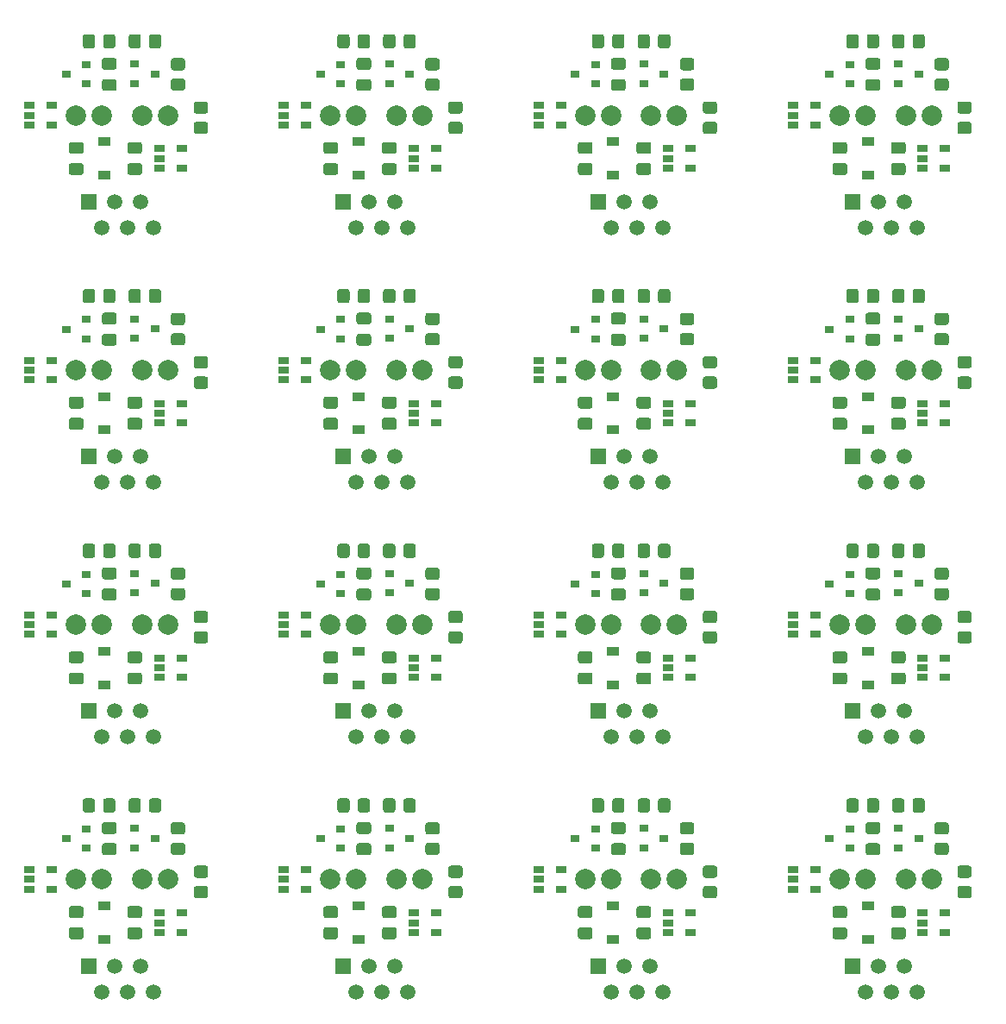
<source format=gbr>
%TF.GenerationSoftware,KiCad,Pcbnew,(5.1.9)-1*%
%TF.CreationDate,2021-10-25T14:10:00+02:00*%
%TF.ProjectId,Smartmeter_IR_multi,536d6172-746d-4657-9465-725f49525f6d,rev?*%
%TF.SameCoordinates,Original*%
%TF.FileFunction,Soldermask,Top*%
%TF.FilePolarity,Negative*%
%FSLAX46Y46*%
G04 Gerber Fmt 4.6, Leading zero omitted, Abs format (unit mm)*
G04 Created by KiCad (PCBNEW (5.1.9)-1) date 2021-10-25 14:10:00*
%MOMM*%
%LPD*%
G01*
G04 APERTURE LIST*
%ADD10C,1.520000*%
%ADD11R,1.520000X1.520000*%
%ADD12C,2.003200*%
%ADD13R,0.900000X0.800000*%
%ADD14R,1.200000X0.900000*%
%ADD15R,1.060000X0.650000*%
G04 APERTURE END LIST*
D10*
%TO.C,J1*%
X61600000Y-156040000D03*
X60330000Y-153500000D03*
X59060000Y-156040000D03*
X57790000Y-153500000D03*
X56520000Y-156040000D03*
D11*
X55250000Y-153500000D03*
%TD*%
D12*
%TO.C,D2*%
X138020000Y-145000000D03*
X135480000Y-145000000D03*
%TD*%
%TO.C,R1*%
G36*
G01*
X136150000Y-138200001D02*
X136150000Y-137299999D01*
G75*
G02*
X136399999Y-137050000I249999J0D01*
G01*
X137100001Y-137050000D01*
G75*
G02*
X137350000Y-137299999I0J-249999D01*
G01*
X137350000Y-138200001D01*
G75*
G02*
X137100001Y-138450000I-249999J0D01*
G01*
X136399999Y-138450000D01*
G75*
G02*
X136150000Y-138200001I0J249999D01*
G01*
G37*
G36*
G01*
X134150000Y-138200001D02*
X134150000Y-137299999D01*
G75*
G02*
X134399999Y-137050000I249999J0D01*
G01*
X135100001Y-137050000D01*
G75*
G02*
X135350000Y-137299999I0J-249999D01*
G01*
X135350000Y-138200001D01*
G75*
G02*
X135100001Y-138450000I-249999J0D01*
G01*
X134399999Y-138450000D01*
G75*
G02*
X134150000Y-138200001I0J249999D01*
G01*
G37*
%TD*%
D13*
%TO.C,Q1*%
X103000000Y-141000000D03*
X105000000Y-140050000D03*
X105000000Y-141950000D03*
%TD*%
%TO.C,C1*%
G36*
G01*
X132725000Y-140550000D02*
X131775000Y-140550000D01*
G75*
G02*
X131525000Y-140300000I0J250000D01*
G01*
X131525000Y-139625000D01*
G75*
G02*
X131775000Y-139375000I250000J0D01*
G01*
X132725000Y-139375000D01*
G75*
G02*
X132975000Y-139625000I0J-250000D01*
G01*
X132975000Y-140300000D01*
G75*
G02*
X132725000Y-140550000I-250000J0D01*
G01*
G37*
G36*
G01*
X132725000Y-142625000D02*
X131775000Y-142625000D01*
G75*
G02*
X131525000Y-142375000I0J250000D01*
G01*
X131525000Y-141700000D01*
G75*
G02*
X131775000Y-141450000I250000J0D01*
G01*
X132725000Y-141450000D01*
G75*
G02*
X132975000Y-141700000I0J-250000D01*
G01*
X132975000Y-142375000D01*
G75*
G02*
X132725000Y-142625000I-250000J0D01*
G01*
G37*
%TD*%
%TO.C,C3*%
G36*
G01*
X134275000Y-147625000D02*
X135225000Y-147625000D01*
G75*
G02*
X135475000Y-147875000I0J-250000D01*
G01*
X135475000Y-148550000D01*
G75*
G02*
X135225000Y-148800000I-250000J0D01*
G01*
X134275000Y-148800000D01*
G75*
G02*
X134025000Y-148550000I0J250000D01*
G01*
X134025000Y-147875000D01*
G75*
G02*
X134275000Y-147625000I250000J0D01*
G01*
G37*
G36*
G01*
X134275000Y-149700000D02*
X135225000Y-149700000D01*
G75*
G02*
X135475000Y-149950000I0J-250000D01*
G01*
X135475000Y-150625000D01*
G75*
G02*
X135225000Y-150875000I-250000J0D01*
G01*
X134275000Y-150875000D01*
G75*
G02*
X134025000Y-150625000I0J250000D01*
G01*
X134025000Y-149950000D01*
G75*
G02*
X134275000Y-149700000I250000J0D01*
G01*
G37*
%TD*%
D12*
%TO.C,T1*%
X128980000Y-145000000D03*
X131520000Y-145000000D03*
%TD*%
%TO.C,R1*%
G36*
G01*
X109150000Y-138200001D02*
X109150000Y-137299999D01*
G75*
G02*
X109399999Y-137050000I249999J0D01*
G01*
X110100001Y-137050000D01*
G75*
G02*
X110350000Y-137299999I0J-249999D01*
G01*
X110350000Y-138200001D01*
G75*
G02*
X110100001Y-138450000I-249999J0D01*
G01*
X109399999Y-138450000D01*
G75*
G02*
X109150000Y-138200001I0J249999D01*
G01*
G37*
G36*
G01*
X111150000Y-138200001D02*
X111150000Y-137299999D01*
G75*
G02*
X111399999Y-137050000I249999J0D01*
G01*
X112100001Y-137050000D01*
G75*
G02*
X112350000Y-137299999I0J-249999D01*
G01*
X112350000Y-138200001D01*
G75*
G02*
X112100001Y-138450000I-249999J0D01*
G01*
X111399999Y-138450000D01*
G75*
G02*
X111150000Y-138200001I0J249999D01*
G01*
G37*
%TD*%
%TO.C,R3*%
G36*
G01*
X140799999Y-143650000D02*
X141700001Y-143650000D01*
G75*
G02*
X141950000Y-143899999I0J-249999D01*
G01*
X141950000Y-144600001D01*
G75*
G02*
X141700001Y-144850000I-249999J0D01*
G01*
X140799999Y-144850000D01*
G75*
G02*
X140550000Y-144600001I0J249999D01*
G01*
X140550000Y-143899999D01*
G75*
G02*
X140799999Y-143650000I249999J0D01*
G01*
G37*
G36*
G01*
X140799999Y-145650000D02*
X141700001Y-145650000D01*
G75*
G02*
X141950000Y-145899999I0J-249999D01*
G01*
X141950000Y-146600001D01*
G75*
G02*
X141700001Y-146850000I-249999J0D01*
G01*
X140799999Y-146850000D01*
G75*
G02*
X140550000Y-146600001I0J249999D01*
G01*
X140550000Y-145899999D01*
G75*
G02*
X140799999Y-145650000I249999J0D01*
G01*
G37*
%TD*%
%TO.C,R2*%
G36*
G01*
X132850000Y-137299999D02*
X132850000Y-138200001D01*
G75*
G02*
X132600001Y-138450000I-249999J0D01*
G01*
X131899999Y-138450000D01*
G75*
G02*
X131650000Y-138200001I0J249999D01*
G01*
X131650000Y-137299999D01*
G75*
G02*
X131899999Y-137050000I249999J0D01*
G01*
X132600001Y-137050000D01*
G75*
G02*
X132850000Y-137299999I0J-249999D01*
G01*
G37*
G36*
G01*
X130850000Y-137299999D02*
X130850000Y-138200001D01*
G75*
G02*
X130600001Y-138450000I-249999J0D01*
G01*
X129899999Y-138450000D01*
G75*
G02*
X129650000Y-138200001I0J249999D01*
G01*
X129650000Y-137299999D01*
G75*
G02*
X129899999Y-137050000I249999J0D01*
G01*
X130600001Y-137050000D01*
G75*
G02*
X130850000Y-137299999I0J-249999D01*
G01*
G37*
%TD*%
D13*
%TO.C,Q1*%
X130000000Y-141950000D03*
X130000000Y-140050000D03*
X128000000Y-141000000D03*
%TD*%
D14*
%TO.C,D1*%
X131750000Y-147600000D03*
X131750000Y-150900000D03*
%TD*%
D13*
%TO.C,Q2*%
X136750000Y-140950000D03*
X134750000Y-141900000D03*
X134750000Y-140000000D03*
%TD*%
%TO.C,C2*%
G36*
G01*
X53525000Y-149700000D02*
X54475000Y-149700000D01*
G75*
G02*
X54725000Y-149950000I0J-250000D01*
G01*
X54725000Y-150625000D01*
G75*
G02*
X54475000Y-150875000I-250000J0D01*
G01*
X53525000Y-150875000D01*
G75*
G02*
X53275000Y-150625000I0J250000D01*
G01*
X53275000Y-149950000D01*
G75*
G02*
X53525000Y-149700000I250000J0D01*
G01*
G37*
G36*
G01*
X53525000Y-147625000D02*
X54475000Y-147625000D01*
G75*
G02*
X54725000Y-147875000I0J-250000D01*
G01*
X54725000Y-148550000D01*
G75*
G02*
X54475000Y-148800000I-250000J0D01*
G01*
X53525000Y-148800000D01*
G75*
G02*
X53275000Y-148550000I0J250000D01*
G01*
X53275000Y-147875000D01*
G75*
G02*
X53525000Y-147625000I250000J0D01*
G01*
G37*
%TD*%
D12*
%TO.C,D2*%
X110480000Y-145000000D03*
X113020000Y-145000000D03*
%TD*%
D13*
%TO.C,Q2*%
X109750000Y-140000000D03*
X109750000Y-141900000D03*
X111750000Y-140950000D03*
%TD*%
D12*
%TO.C,T1*%
X106520000Y-145000000D03*
X103980000Y-145000000D03*
%TD*%
D15*
%TO.C,IC1*%
X124400000Y-144050000D03*
X124400000Y-145000000D03*
X124400000Y-145950000D03*
X126600000Y-145950000D03*
X126600000Y-144050000D03*
%TD*%
D10*
%TO.C,J1*%
X111600000Y-156040000D03*
X110330000Y-153500000D03*
X109060000Y-156040000D03*
X107790000Y-153500000D03*
X106520000Y-156040000D03*
D11*
X105250000Y-153500000D03*
%TD*%
D15*
%TO.C,IC2*%
X139350000Y-148300000D03*
X139350000Y-150200000D03*
X137150000Y-150200000D03*
X137150000Y-149250000D03*
X137150000Y-148300000D03*
%TD*%
%TO.C,R4*%
G36*
G01*
X138549999Y-141400000D02*
X139450001Y-141400000D01*
G75*
G02*
X139700000Y-141649999I0J-249999D01*
G01*
X139700000Y-142350001D01*
G75*
G02*
X139450001Y-142600000I-249999J0D01*
G01*
X138549999Y-142600000D01*
G75*
G02*
X138300000Y-142350001I0J249999D01*
G01*
X138300000Y-141649999D01*
G75*
G02*
X138549999Y-141400000I249999J0D01*
G01*
G37*
G36*
G01*
X138549999Y-139400000D02*
X139450001Y-139400000D01*
G75*
G02*
X139700000Y-139649999I0J-249999D01*
G01*
X139700000Y-140350001D01*
G75*
G02*
X139450001Y-140600000I-249999J0D01*
G01*
X138549999Y-140600000D01*
G75*
G02*
X138300000Y-140350001I0J249999D01*
G01*
X138300000Y-139649999D01*
G75*
G02*
X138549999Y-139400000I249999J0D01*
G01*
G37*
%TD*%
%TO.C,C2*%
G36*
G01*
X128525000Y-147625000D02*
X129475000Y-147625000D01*
G75*
G02*
X129725000Y-147875000I0J-250000D01*
G01*
X129725000Y-148550000D01*
G75*
G02*
X129475000Y-148800000I-250000J0D01*
G01*
X128525000Y-148800000D01*
G75*
G02*
X128275000Y-148550000I0J250000D01*
G01*
X128275000Y-147875000D01*
G75*
G02*
X128525000Y-147625000I250000J0D01*
G01*
G37*
G36*
G01*
X128525000Y-149700000D02*
X129475000Y-149700000D01*
G75*
G02*
X129725000Y-149950000I0J-250000D01*
G01*
X129725000Y-150625000D01*
G75*
G02*
X129475000Y-150875000I-250000J0D01*
G01*
X128525000Y-150875000D01*
G75*
G02*
X128275000Y-150625000I0J250000D01*
G01*
X128275000Y-149950000D01*
G75*
G02*
X128525000Y-149700000I250000J0D01*
G01*
G37*
%TD*%
%TO.C,R3*%
G36*
G01*
X115799999Y-145650000D02*
X116700001Y-145650000D01*
G75*
G02*
X116950000Y-145899999I0J-249999D01*
G01*
X116950000Y-146600001D01*
G75*
G02*
X116700001Y-146850000I-249999J0D01*
G01*
X115799999Y-146850000D01*
G75*
G02*
X115550000Y-146600001I0J249999D01*
G01*
X115550000Y-145899999D01*
G75*
G02*
X115799999Y-145650000I249999J0D01*
G01*
G37*
G36*
G01*
X115799999Y-143650000D02*
X116700001Y-143650000D01*
G75*
G02*
X116950000Y-143899999I0J-249999D01*
G01*
X116950000Y-144600001D01*
G75*
G02*
X116700001Y-144850000I-249999J0D01*
G01*
X115799999Y-144850000D01*
G75*
G02*
X115550000Y-144600001I0J249999D01*
G01*
X115550000Y-143899999D01*
G75*
G02*
X115799999Y-143650000I249999J0D01*
G01*
G37*
%TD*%
%TO.C,C2*%
G36*
G01*
X103525000Y-149700000D02*
X104475000Y-149700000D01*
G75*
G02*
X104725000Y-149950000I0J-250000D01*
G01*
X104725000Y-150625000D01*
G75*
G02*
X104475000Y-150875000I-250000J0D01*
G01*
X103525000Y-150875000D01*
G75*
G02*
X103275000Y-150625000I0J250000D01*
G01*
X103275000Y-149950000D01*
G75*
G02*
X103525000Y-149700000I250000J0D01*
G01*
G37*
G36*
G01*
X103525000Y-147625000D02*
X104475000Y-147625000D01*
G75*
G02*
X104725000Y-147875000I0J-250000D01*
G01*
X104725000Y-148550000D01*
G75*
G02*
X104475000Y-148800000I-250000J0D01*
G01*
X103525000Y-148800000D01*
G75*
G02*
X103275000Y-148550000I0J250000D01*
G01*
X103275000Y-147875000D01*
G75*
G02*
X103525000Y-147625000I250000J0D01*
G01*
G37*
%TD*%
D11*
%TO.C,J1*%
X130250000Y-153500000D03*
D10*
X131520000Y-156040000D03*
X132790000Y-153500000D03*
X134060000Y-156040000D03*
X135330000Y-153500000D03*
X136600000Y-156040000D03*
%TD*%
%TO.C,C3*%
G36*
G01*
X109275000Y-149700000D02*
X110225000Y-149700000D01*
G75*
G02*
X110475000Y-149950000I0J-250000D01*
G01*
X110475000Y-150625000D01*
G75*
G02*
X110225000Y-150875000I-250000J0D01*
G01*
X109275000Y-150875000D01*
G75*
G02*
X109025000Y-150625000I0J250000D01*
G01*
X109025000Y-149950000D01*
G75*
G02*
X109275000Y-149700000I250000J0D01*
G01*
G37*
G36*
G01*
X109275000Y-147625000D02*
X110225000Y-147625000D01*
G75*
G02*
X110475000Y-147875000I0J-250000D01*
G01*
X110475000Y-148550000D01*
G75*
G02*
X110225000Y-148800000I-250000J0D01*
G01*
X109275000Y-148800000D01*
G75*
G02*
X109025000Y-148550000I0J250000D01*
G01*
X109025000Y-147875000D01*
G75*
G02*
X109275000Y-147625000I250000J0D01*
G01*
G37*
%TD*%
%TO.C,R4*%
G36*
G01*
X113549999Y-139400000D02*
X114450001Y-139400000D01*
G75*
G02*
X114700000Y-139649999I0J-249999D01*
G01*
X114700000Y-140350001D01*
G75*
G02*
X114450001Y-140600000I-249999J0D01*
G01*
X113549999Y-140600000D01*
G75*
G02*
X113300000Y-140350001I0J249999D01*
G01*
X113300000Y-139649999D01*
G75*
G02*
X113549999Y-139400000I249999J0D01*
G01*
G37*
G36*
G01*
X113549999Y-141400000D02*
X114450001Y-141400000D01*
G75*
G02*
X114700000Y-141649999I0J-249999D01*
G01*
X114700000Y-142350001D01*
G75*
G02*
X114450001Y-142600000I-249999J0D01*
G01*
X113549999Y-142600000D01*
G75*
G02*
X113300000Y-142350001I0J249999D01*
G01*
X113300000Y-141649999D01*
G75*
G02*
X113549999Y-141400000I249999J0D01*
G01*
G37*
%TD*%
D15*
%TO.C,IC1*%
X101600000Y-144050000D03*
X101600000Y-145950000D03*
X99400000Y-145950000D03*
X99400000Y-145000000D03*
X99400000Y-144050000D03*
%TD*%
%TO.C,C1*%
G36*
G01*
X107725000Y-142625000D02*
X106775000Y-142625000D01*
G75*
G02*
X106525000Y-142375000I0J250000D01*
G01*
X106525000Y-141700000D01*
G75*
G02*
X106775000Y-141450000I250000J0D01*
G01*
X107725000Y-141450000D01*
G75*
G02*
X107975000Y-141700000I0J-250000D01*
G01*
X107975000Y-142375000D01*
G75*
G02*
X107725000Y-142625000I-250000J0D01*
G01*
G37*
G36*
G01*
X107725000Y-140550000D02*
X106775000Y-140550000D01*
G75*
G02*
X106525000Y-140300000I0J250000D01*
G01*
X106525000Y-139625000D01*
G75*
G02*
X106775000Y-139375000I250000J0D01*
G01*
X107725000Y-139375000D01*
G75*
G02*
X107975000Y-139625000I0J-250000D01*
G01*
X107975000Y-140300000D01*
G75*
G02*
X107725000Y-140550000I-250000J0D01*
G01*
G37*
%TD*%
%TO.C,C1*%
G36*
G01*
X132725000Y-142625000D02*
X131775000Y-142625000D01*
G75*
G02*
X131525000Y-142375000I0J250000D01*
G01*
X131525000Y-141700000D01*
G75*
G02*
X131775000Y-141450000I250000J0D01*
G01*
X132725000Y-141450000D01*
G75*
G02*
X132975000Y-141700000I0J-250000D01*
G01*
X132975000Y-142375000D01*
G75*
G02*
X132725000Y-142625000I-250000J0D01*
G01*
G37*
G36*
G01*
X132725000Y-140550000D02*
X131775000Y-140550000D01*
G75*
G02*
X131525000Y-140300000I0J250000D01*
G01*
X131525000Y-139625000D01*
G75*
G02*
X131775000Y-139375000I250000J0D01*
G01*
X132725000Y-139375000D01*
G75*
G02*
X132975000Y-139625000I0J-250000D01*
G01*
X132975000Y-140300000D01*
G75*
G02*
X132725000Y-140550000I-250000J0D01*
G01*
G37*
%TD*%
%TO.C,IC2*%
X112150000Y-148300000D03*
X112150000Y-149250000D03*
X112150000Y-150200000D03*
X114350000Y-150200000D03*
X114350000Y-148300000D03*
%TD*%
%TO.C,R2*%
G36*
G01*
X105850000Y-137299999D02*
X105850000Y-138200001D01*
G75*
G02*
X105600001Y-138450000I-249999J0D01*
G01*
X104899999Y-138450000D01*
G75*
G02*
X104650000Y-138200001I0J249999D01*
G01*
X104650000Y-137299999D01*
G75*
G02*
X104899999Y-137050000I249999J0D01*
G01*
X105600001Y-137050000D01*
G75*
G02*
X105850000Y-137299999I0J-249999D01*
G01*
G37*
G36*
G01*
X107850000Y-137299999D02*
X107850000Y-138200001D01*
G75*
G02*
X107600001Y-138450000I-249999J0D01*
G01*
X106899999Y-138450000D01*
G75*
G02*
X106650000Y-138200001I0J249999D01*
G01*
X106650000Y-137299999D01*
G75*
G02*
X106899999Y-137050000I249999J0D01*
G01*
X107600001Y-137050000D01*
G75*
G02*
X107850000Y-137299999I0J-249999D01*
G01*
G37*
%TD*%
D14*
%TO.C,D1*%
X106750000Y-150900000D03*
X106750000Y-147600000D03*
%TD*%
%TO.C,C1*%
G36*
G01*
X57725000Y-142625000D02*
X56775000Y-142625000D01*
G75*
G02*
X56525000Y-142375000I0J250000D01*
G01*
X56525000Y-141700000D01*
G75*
G02*
X56775000Y-141450000I250000J0D01*
G01*
X57725000Y-141450000D01*
G75*
G02*
X57975000Y-141700000I0J-250000D01*
G01*
X57975000Y-142375000D01*
G75*
G02*
X57725000Y-142625000I-250000J0D01*
G01*
G37*
G36*
G01*
X57725000Y-140550000D02*
X56775000Y-140550000D01*
G75*
G02*
X56525000Y-140300000I0J250000D01*
G01*
X56525000Y-139625000D01*
G75*
G02*
X56775000Y-139375000I250000J0D01*
G01*
X57725000Y-139375000D01*
G75*
G02*
X57975000Y-139625000I0J-250000D01*
G01*
X57975000Y-140300000D01*
G75*
G02*
X57725000Y-140550000I-250000J0D01*
G01*
G37*
%TD*%
D13*
%TO.C,Q2*%
X59750000Y-140000000D03*
X59750000Y-141900000D03*
X61750000Y-140950000D03*
%TD*%
%TO.C,R2*%
G36*
G01*
X55850000Y-137299999D02*
X55850000Y-138200001D01*
G75*
G02*
X55600001Y-138450000I-249999J0D01*
G01*
X54899999Y-138450000D01*
G75*
G02*
X54650000Y-138200001I0J249999D01*
G01*
X54650000Y-137299999D01*
G75*
G02*
X54899999Y-137050000I249999J0D01*
G01*
X55600001Y-137050000D01*
G75*
G02*
X55850000Y-137299999I0J-249999D01*
G01*
G37*
G36*
G01*
X57850000Y-137299999D02*
X57850000Y-138200001D01*
G75*
G02*
X57600001Y-138450000I-249999J0D01*
G01*
X56899999Y-138450000D01*
G75*
G02*
X56650000Y-138200001I0J249999D01*
G01*
X56650000Y-137299999D01*
G75*
G02*
X56899999Y-137050000I249999J0D01*
G01*
X57600001Y-137050000D01*
G75*
G02*
X57850000Y-137299999I0J-249999D01*
G01*
G37*
%TD*%
D14*
%TO.C,D1*%
X56750000Y-150900000D03*
X56750000Y-147600000D03*
%TD*%
%TO.C,D1*%
X131750000Y-150900000D03*
X131750000Y-147600000D03*
%TD*%
D15*
%TO.C,IC1*%
X126600000Y-144050000D03*
X126600000Y-145950000D03*
X124400000Y-145950000D03*
X124400000Y-145000000D03*
X124400000Y-144050000D03*
%TD*%
%TO.C,R3*%
G36*
G01*
X140799999Y-145650000D02*
X141700001Y-145650000D01*
G75*
G02*
X141950000Y-145899999I0J-249999D01*
G01*
X141950000Y-146600001D01*
G75*
G02*
X141700001Y-146850000I-249999J0D01*
G01*
X140799999Y-146850000D01*
G75*
G02*
X140550000Y-146600001I0J249999D01*
G01*
X140550000Y-145899999D01*
G75*
G02*
X140799999Y-145650000I249999J0D01*
G01*
G37*
G36*
G01*
X140799999Y-143650000D02*
X141700001Y-143650000D01*
G75*
G02*
X141950000Y-143899999I0J-249999D01*
G01*
X141950000Y-144600001D01*
G75*
G02*
X141700001Y-144850000I-249999J0D01*
G01*
X140799999Y-144850000D01*
G75*
G02*
X140550000Y-144600001I0J249999D01*
G01*
X140550000Y-143899999D01*
G75*
G02*
X140799999Y-143650000I249999J0D01*
G01*
G37*
%TD*%
%TO.C,C3*%
G36*
G01*
X59275000Y-149700000D02*
X60225000Y-149700000D01*
G75*
G02*
X60475000Y-149950000I0J-250000D01*
G01*
X60475000Y-150625000D01*
G75*
G02*
X60225000Y-150875000I-250000J0D01*
G01*
X59275000Y-150875000D01*
G75*
G02*
X59025000Y-150625000I0J250000D01*
G01*
X59025000Y-149950000D01*
G75*
G02*
X59275000Y-149700000I250000J0D01*
G01*
G37*
G36*
G01*
X59275000Y-147625000D02*
X60225000Y-147625000D01*
G75*
G02*
X60475000Y-147875000I0J-250000D01*
G01*
X60475000Y-148550000D01*
G75*
G02*
X60225000Y-148800000I-250000J0D01*
G01*
X59275000Y-148800000D01*
G75*
G02*
X59025000Y-148550000I0J250000D01*
G01*
X59025000Y-147875000D01*
G75*
G02*
X59275000Y-147625000I250000J0D01*
G01*
G37*
%TD*%
D13*
%TO.C,Q2*%
X134750000Y-140000000D03*
X134750000Y-141900000D03*
X136750000Y-140950000D03*
%TD*%
%TO.C,R1*%
G36*
G01*
X134150000Y-138200001D02*
X134150000Y-137299999D01*
G75*
G02*
X134399999Y-137050000I249999J0D01*
G01*
X135100001Y-137050000D01*
G75*
G02*
X135350000Y-137299999I0J-249999D01*
G01*
X135350000Y-138200001D01*
G75*
G02*
X135100001Y-138450000I-249999J0D01*
G01*
X134399999Y-138450000D01*
G75*
G02*
X134150000Y-138200001I0J249999D01*
G01*
G37*
G36*
G01*
X136150000Y-138200001D02*
X136150000Y-137299999D01*
G75*
G02*
X136399999Y-137050000I249999J0D01*
G01*
X137100001Y-137050000D01*
G75*
G02*
X137350000Y-137299999I0J-249999D01*
G01*
X137350000Y-138200001D01*
G75*
G02*
X137100001Y-138450000I-249999J0D01*
G01*
X136399999Y-138450000D01*
G75*
G02*
X136150000Y-138200001I0J249999D01*
G01*
G37*
%TD*%
D12*
%TO.C,T1*%
X131520000Y-145000000D03*
X128980000Y-145000000D03*
%TD*%
%TO.C,R4*%
G36*
G01*
X63549999Y-139400000D02*
X64450001Y-139400000D01*
G75*
G02*
X64700000Y-139649999I0J-249999D01*
G01*
X64700000Y-140350001D01*
G75*
G02*
X64450001Y-140600000I-249999J0D01*
G01*
X63549999Y-140600000D01*
G75*
G02*
X63300000Y-140350001I0J249999D01*
G01*
X63300000Y-139649999D01*
G75*
G02*
X63549999Y-139400000I249999J0D01*
G01*
G37*
G36*
G01*
X63549999Y-141400000D02*
X64450001Y-141400000D01*
G75*
G02*
X64700000Y-141649999I0J-249999D01*
G01*
X64700000Y-142350001D01*
G75*
G02*
X64450001Y-142600000I-249999J0D01*
G01*
X63549999Y-142600000D01*
G75*
G02*
X63300000Y-142350001I0J249999D01*
G01*
X63300000Y-141649999D01*
G75*
G02*
X63549999Y-141400000I249999J0D01*
G01*
G37*
%TD*%
%TO.C,C2*%
G36*
G01*
X128525000Y-149700000D02*
X129475000Y-149700000D01*
G75*
G02*
X129725000Y-149950000I0J-250000D01*
G01*
X129725000Y-150625000D01*
G75*
G02*
X129475000Y-150875000I-250000J0D01*
G01*
X128525000Y-150875000D01*
G75*
G02*
X128275000Y-150625000I0J250000D01*
G01*
X128275000Y-149950000D01*
G75*
G02*
X128525000Y-149700000I250000J0D01*
G01*
G37*
G36*
G01*
X128525000Y-147625000D02*
X129475000Y-147625000D01*
G75*
G02*
X129725000Y-147875000I0J-250000D01*
G01*
X129725000Y-148550000D01*
G75*
G02*
X129475000Y-148800000I-250000J0D01*
G01*
X128525000Y-148800000D01*
G75*
G02*
X128275000Y-148550000I0J250000D01*
G01*
X128275000Y-147875000D01*
G75*
G02*
X128525000Y-147625000I250000J0D01*
G01*
G37*
%TD*%
D15*
%TO.C,IC1*%
X51600000Y-144050000D03*
X51600000Y-145950000D03*
X49400000Y-145950000D03*
X49400000Y-145000000D03*
X49400000Y-144050000D03*
%TD*%
D12*
%TO.C,T1*%
X56520000Y-145000000D03*
X53980000Y-145000000D03*
%TD*%
D11*
%TO.C,J1*%
X80250000Y-153500000D03*
D10*
X81520000Y-156040000D03*
X82790000Y-153500000D03*
X84060000Y-156040000D03*
X85330000Y-153500000D03*
X86600000Y-156040000D03*
%TD*%
%TO.C,C3*%
G36*
G01*
X134275000Y-149700000D02*
X135225000Y-149700000D01*
G75*
G02*
X135475000Y-149950000I0J-250000D01*
G01*
X135475000Y-150625000D01*
G75*
G02*
X135225000Y-150875000I-250000J0D01*
G01*
X134275000Y-150875000D01*
G75*
G02*
X134025000Y-150625000I0J250000D01*
G01*
X134025000Y-149950000D01*
G75*
G02*
X134275000Y-149700000I250000J0D01*
G01*
G37*
G36*
G01*
X134275000Y-147625000D02*
X135225000Y-147625000D01*
G75*
G02*
X135475000Y-147875000I0J-250000D01*
G01*
X135475000Y-148550000D01*
G75*
G02*
X135225000Y-148800000I-250000J0D01*
G01*
X134275000Y-148800000D01*
G75*
G02*
X134025000Y-148550000I0J250000D01*
G01*
X134025000Y-147875000D01*
G75*
G02*
X134275000Y-147625000I250000J0D01*
G01*
G37*
%TD*%
%TO.C,R1*%
G36*
G01*
X59150000Y-138200001D02*
X59150000Y-137299999D01*
G75*
G02*
X59399999Y-137050000I249999J0D01*
G01*
X60100001Y-137050000D01*
G75*
G02*
X60350000Y-137299999I0J-249999D01*
G01*
X60350000Y-138200001D01*
G75*
G02*
X60100001Y-138450000I-249999J0D01*
G01*
X59399999Y-138450000D01*
G75*
G02*
X59150000Y-138200001I0J249999D01*
G01*
G37*
G36*
G01*
X61150000Y-138200001D02*
X61150000Y-137299999D01*
G75*
G02*
X61399999Y-137050000I249999J0D01*
G01*
X62100001Y-137050000D01*
G75*
G02*
X62350000Y-137299999I0J-249999D01*
G01*
X62350000Y-138200001D01*
G75*
G02*
X62100001Y-138450000I-249999J0D01*
G01*
X61399999Y-138450000D01*
G75*
G02*
X61150000Y-138200001I0J249999D01*
G01*
G37*
%TD*%
D13*
%TO.C,Q1*%
X128000000Y-141000000D03*
X130000000Y-140050000D03*
X130000000Y-141950000D03*
%TD*%
%TO.C,R4*%
G36*
G01*
X138549999Y-139400000D02*
X139450001Y-139400000D01*
G75*
G02*
X139700000Y-139649999I0J-249999D01*
G01*
X139700000Y-140350001D01*
G75*
G02*
X139450001Y-140600000I-249999J0D01*
G01*
X138549999Y-140600000D01*
G75*
G02*
X138300000Y-140350001I0J249999D01*
G01*
X138300000Y-139649999D01*
G75*
G02*
X138549999Y-139400000I249999J0D01*
G01*
G37*
G36*
G01*
X138549999Y-141400000D02*
X139450001Y-141400000D01*
G75*
G02*
X139700000Y-141649999I0J-249999D01*
G01*
X139700000Y-142350001D01*
G75*
G02*
X139450001Y-142600000I-249999J0D01*
G01*
X138549999Y-142600000D01*
G75*
G02*
X138300000Y-142350001I0J249999D01*
G01*
X138300000Y-141649999D01*
G75*
G02*
X138549999Y-141400000I249999J0D01*
G01*
G37*
%TD*%
D10*
%TO.C,J1*%
X136600000Y-156040000D03*
X135330000Y-153500000D03*
X134060000Y-156040000D03*
X132790000Y-153500000D03*
X131520000Y-156040000D03*
D11*
X130250000Y-153500000D03*
%TD*%
%TO.C,C2*%
G36*
G01*
X78525000Y-147625000D02*
X79475000Y-147625000D01*
G75*
G02*
X79725000Y-147875000I0J-250000D01*
G01*
X79725000Y-148550000D01*
G75*
G02*
X79475000Y-148800000I-250000J0D01*
G01*
X78525000Y-148800000D01*
G75*
G02*
X78275000Y-148550000I0J250000D01*
G01*
X78275000Y-147875000D01*
G75*
G02*
X78525000Y-147625000I250000J0D01*
G01*
G37*
G36*
G01*
X78525000Y-149700000D02*
X79475000Y-149700000D01*
G75*
G02*
X79725000Y-149950000I0J-250000D01*
G01*
X79725000Y-150625000D01*
G75*
G02*
X79475000Y-150875000I-250000J0D01*
G01*
X78525000Y-150875000D01*
G75*
G02*
X78275000Y-150625000I0J250000D01*
G01*
X78275000Y-149950000D01*
G75*
G02*
X78525000Y-149700000I250000J0D01*
G01*
G37*
%TD*%
D13*
%TO.C,Q1*%
X53000000Y-141000000D03*
X55000000Y-140050000D03*
X55000000Y-141950000D03*
%TD*%
D15*
%TO.C,IC2*%
X89350000Y-148300000D03*
X89350000Y-150200000D03*
X87150000Y-150200000D03*
X87150000Y-149250000D03*
X87150000Y-148300000D03*
%TD*%
%TO.C,IC2*%
X62150000Y-148300000D03*
X62150000Y-149250000D03*
X62150000Y-150200000D03*
X64350000Y-150200000D03*
X64350000Y-148300000D03*
%TD*%
%TO.C,C3*%
G36*
G01*
X84275000Y-147625000D02*
X85225000Y-147625000D01*
G75*
G02*
X85475000Y-147875000I0J-250000D01*
G01*
X85475000Y-148550000D01*
G75*
G02*
X85225000Y-148800000I-250000J0D01*
G01*
X84275000Y-148800000D01*
G75*
G02*
X84025000Y-148550000I0J250000D01*
G01*
X84025000Y-147875000D01*
G75*
G02*
X84275000Y-147625000I250000J0D01*
G01*
G37*
G36*
G01*
X84275000Y-149700000D02*
X85225000Y-149700000D01*
G75*
G02*
X85475000Y-149950000I0J-250000D01*
G01*
X85475000Y-150625000D01*
G75*
G02*
X85225000Y-150875000I-250000J0D01*
G01*
X84275000Y-150875000D01*
G75*
G02*
X84025000Y-150625000I0J250000D01*
G01*
X84025000Y-149950000D01*
G75*
G02*
X84275000Y-149700000I250000J0D01*
G01*
G37*
%TD*%
D12*
%TO.C,T1*%
X78980000Y-145000000D03*
X81520000Y-145000000D03*
%TD*%
%TO.C,R2*%
G36*
G01*
X130850000Y-137299999D02*
X130850000Y-138200001D01*
G75*
G02*
X130600001Y-138450000I-249999J0D01*
G01*
X129899999Y-138450000D01*
G75*
G02*
X129650000Y-138200001I0J249999D01*
G01*
X129650000Y-137299999D01*
G75*
G02*
X129899999Y-137050000I249999J0D01*
G01*
X130600001Y-137050000D01*
G75*
G02*
X130850000Y-137299999I0J-249999D01*
G01*
G37*
G36*
G01*
X132850000Y-137299999D02*
X132850000Y-138200001D01*
G75*
G02*
X132600001Y-138450000I-249999J0D01*
G01*
X131899999Y-138450000D01*
G75*
G02*
X131650000Y-138200001I0J249999D01*
G01*
X131650000Y-137299999D01*
G75*
G02*
X131899999Y-137050000I249999J0D01*
G01*
X132600001Y-137050000D01*
G75*
G02*
X132850000Y-137299999I0J-249999D01*
G01*
G37*
%TD*%
%TO.C,C1*%
G36*
G01*
X82725000Y-140550000D02*
X81775000Y-140550000D01*
G75*
G02*
X81525000Y-140300000I0J250000D01*
G01*
X81525000Y-139625000D01*
G75*
G02*
X81775000Y-139375000I250000J0D01*
G01*
X82725000Y-139375000D01*
G75*
G02*
X82975000Y-139625000I0J-250000D01*
G01*
X82975000Y-140300000D01*
G75*
G02*
X82725000Y-140550000I-250000J0D01*
G01*
G37*
G36*
G01*
X82725000Y-142625000D02*
X81775000Y-142625000D01*
G75*
G02*
X81525000Y-142375000I0J250000D01*
G01*
X81525000Y-141700000D01*
G75*
G02*
X81775000Y-141450000I250000J0D01*
G01*
X82725000Y-141450000D01*
G75*
G02*
X82975000Y-141700000I0J-250000D01*
G01*
X82975000Y-142375000D01*
G75*
G02*
X82725000Y-142625000I-250000J0D01*
G01*
G37*
%TD*%
D13*
%TO.C,Q2*%
X86750000Y-140950000D03*
X84750000Y-141900000D03*
X84750000Y-140000000D03*
%TD*%
D15*
%TO.C,IC2*%
X137150000Y-148300000D03*
X137150000Y-149250000D03*
X137150000Y-150200000D03*
X139350000Y-150200000D03*
X139350000Y-148300000D03*
%TD*%
%TO.C,R2*%
G36*
G01*
X82850000Y-137299999D02*
X82850000Y-138200001D01*
G75*
G02*
X82600001Y-138450000I-249999J0D01*
G01*
X81899999Y-138450000D01*
G75*
G02*
X81650000Y-138200001I0J249999D01*
G01*
X81650000Y-137299999D01*
G75*
G02*
X81899999Y-137050000I249999J0D01*
G01*
X82600001Y-137050000D01*
G75*
G02*
X82850000Y-137299999I0J-249999D01*
G01*
G37*
G36*
G01*
X80850000Y-137299999D02*
X80850000Y-138200001D01*
G75*
G02*
X80600001Y-138450000I-249999J0D01*
G01*
X79899999Y-138450000D01*
G75*
G02*
X79650000Y-138200001I0J249999D01*
G01*
X79650000Y-137299999D01*
G75*
G02*
X79899999Y-137050000I249999J0D01*
G01*
X80600001Y-137050000D01*
G75*
G02*
X80850000Y-137299999I0J-249999D01*
G01*
G37*
%TD*%
%TO.C,R4*%
G36*
G01*
X88549999Y-141400000D02*
X89450001Y-141400000D01*
G75*
G02*
X89700000Y-141649999I0J-249999D01*
G01*
X89700000Y-142350001D01*
G75*
G02*
X89450001Y-142600000I-249999J0D01*
G01*
X88549999Y-142600000D01*
G75*
G02*
X88300000Y-142350001I0J249999D01*
G01*
X88300000Y-141649999D01*
G75*
G02*
X88549999Y-141400000I249999J0D01*
G01*
G37*
G36*
G01*
X88549999Y-139400000D02*
X89450001Y-139400000D01*
G75*
G02*
X89700000Y-139649999I0J-249999D01*
G01*
X89700000Y-140350001D01*
G75*
G02*
X89450001Y-140600000I-249999J0D01*
G01*
X88549999Y-140600000D01*
G75*
G02*
X88300000Y-140350001I0J249999D01*
G01*
X88300000Y-139649999D01*
G75*
G02*
X88549999Y-139400000I249999J0D01*
G01*
G37*
%TD*%
%TO.C,IC1*%
X74400000Y-144050000D03*
X74400000Y-145000000D03*
X74400000Y-145950000D03*
X76600000Y-145950000D03*
X76600000Y-144050000D03*
%TD*%
D12*
%TO.C,D2*%
X60480000Y-145000000D03*
X63020000Y-145000000D03*
%TD*%
%TO.C,R3*%
G36*
G01*
X90799999Y-143650000D02*
X91700001Y-143650000D01*
G75*
G02*
X91950000Y-143899999I0J-249999D01*
G01*
X91950000Y-144600001D01*
G75*
G02*
X91700001Y-144850000I-249999J0D01*
G01*
X90799999Y-144850000D01*
G75*
G02*
X90550000Y-144600001I0J249999D01*
G01*
X90550000Y-143899999D01*
G75*
G02*
X90799999Y-143650000I249999J0D01*
G01*
G37*
G36*
G01*
X90799999Y-145650000D02*
X91700001Y-145650000D01*
G75*
G02*
X91950000Y-145899999I0J-249999D01*
G01*
X91950000Y-146600001D01*
G75*
G02*
X91700001Y-146850000I-249999J0D01*
G01*
X90799999Y-146850000D01*
G75*
G02*
X90550000Y-146600001I0J249999D01*
G01*
X90550000Y-145899999D01*
G75*
G02*
X90799999Y-145650000I249999J0D01*
G01*
G37*
%TD*%
D13*
%TO.C,Q1*%
X80000000Y-141950000D03*
X80000000Y-140050000D03*
X78000000Y-141000000D03*
%TD*%
D12*
%TO.C,D2*%
X135480000Y-145000000D03*
X138020000Y-145000000D03*
%TD*%
D14*
%TO.C,D1*%
X81750000Y-147600000D03*
X81750000Y-150900000D03*
%TD*%
D12*
%TO.C,D2*%
X88020000Y-145000000D03*
X85480000Y-145000000D03*
%TD*%
%TO.C,R3*%
G36*
G01*
X65799999Y-145650000D02*
X66700001Y-145650000D01*
G75*
G02*
X66950000Y-145899999I0J-249999D01*
G01*
X66950000Y-146600001D01*
G75*
G02*
X66700001Y-146850000I-249999J0D01*
G01*
X65799999Y-146850000D01*
G75*
G02*
X65550000Y-146600001I0J249999D01*
G01*
X65550000Y-145899999D01*
G75*
G02*
X65799999Y-145650000I249999J0D01*
G01*
G37*
G36*
G01*
X65799999Y-143650000D02*
X66700001Y-143650000D01*
G75*
G02*
X66950000Y-143899999I0J-249999D01*
G01*
X66950000Y-144600001D01*
G75*
G02*
X66700001Y-144850000I-249999J0D01*
G01*
X65799999Y-144850000D01*
G75*
G02*
X65550000Y-144600001I0J249999D01*
G01*
X65550000Y-143899999D01*
G75*
G02*
X65799999Y-143650000I249999J0D01*
G01*
G37*
%TD*%
%TO.C,R1*%
G36*
G01*
X86150000Y-138200001D02*
X86150000Y-137299999D01*
G75*
G02*
X86399999Y-137050000I249999J0D01*
G01*
X87100001Y-137050000D01*
G75*
G02*
X87350000Y-137299999I0J-249999D01*
G01*
X87350000Y-138200001D01*
G75*
G02*
X87100001Y-138450000I-249999J0D01*
G01*
X86399999Y-138450000D01*
G75*
G02*
X86150000Y-138200001I0J249999D01*
G01*
G37*
G36*
G01*
X84150000Y-138200001D02*
X84150000Y-137299999D01*
G75*
G02*
X84399999Y-137050000I249999J0D01*
G01*
X85100001Y-137050000D01*
G75*
G02*
X85350000Y-137299999I0J-249999D01*
G01*
X85350000Y-138200001D01*
G75*
G02*
X85100001Y-138450000I-249999J0D01*
G01*
X84399999Y-138450000D01*
G75*
G02*
X84150000Y-138200001I0J249999D01*
G01*
G37*
%TD*%
D10*
%TO.C,J1*%
X136600000Y-131040000D03*
X135330000Y-128500000D03*
X134060000Y-131040000D03*
X132790000Y-128500000D03*
X131520000Y-131040000D03*
D11*
X130250000Y-128500000D03*
%TD*%
%TO.C,C3*%
G36*
G01*
X134275000Y-124700000D02*
X135225000Y-124700000D01*
G75*
G02*
X135475000Y-124950000I0J-250000D01*
G01*
X135475000Y-125625000D01*
G75*
G02*
X135225000Y-125875000I-250000J0D01*
G01*
X134275000Y-125875000D01*
G75*
G02*
X134025000Y-125625000I0J250000D01*
G01*
X134025000Y-124950000D01*
G75*
G02*
X134275000Y-124700000I250000J0D01*
G01*
G37*
G36*
G01*
X134275000Y-122625000D02*
X135225000Y-122625000D01*
G75*
G02*
X135475000Y-122875000I0J-250000D01*
G01*
X135475000Y-123550000D01*
G75*
G02*
X135225000Y-123800000I-250000J0D01*
G01*
X134275000Y-123800000D01*
G75*
G02*
X134025000Y-123550000I0J250000D01*
G01*
X134025000Y-122875000D01*
G75*
G02*
X134275000Y-122625000I250000J0D01*
G01*
G37*
%TD*%
D12*
%TO.C,T1*%
X131520000Y-120000000D03*
X128980000Y-120000000D03*
%TD*%
%TO.C,R3*%
G36*
G01*
X140799999Y-120650000D02*
X141700001Y-120650000D01*
G75*
G02*
X141950000Y-120899999I0J-249999D01*
G01*
X141950000Y-121600001D01*
G75*
G02*
X141700001Y-121850000I-249999J0D01*
G01*
X140799999Y-121850000D01*
G75*
G02*
X140550000Y-121600001I0J249999D01*
G01*
X140550000Y-120899999D01*
G75*
G02*
X140799999Y-120650000I249999J0D01*
G01*
G37*
G36*
G01*
X140799999Y-118650000D02*
X141700001Y-118650000D01*
G75*
G02*
X141950000Y-118899999I0J-249999D01*
G01*
X141950000Y-119600001D01*
G75*
G02*
X141700001Y-119850000I-249999J0D01*
G01*
X140799999Y-119850000D01*
G75*
G02*
X140550000Y-119600001I0J249999D01*
G01*
X140550000Y-118899999D01*
G75*
G02*
X140799999Y-118650000I249999J0D01*
G01*
G37*
%TD*%
%TO.C,D2*%
X135480000Y-120000000D03*
X138020000Y-120000000D03*
%TD*%
%TO.C,R1*%
G36*
G01*
X134150000Y-113200001D02*
X134150000Y-112299999D01*
G75*
G02*
X134399999Y-112050000I249999J0D01*
G01*
X135100001Y-112050000D01*
G75*
G02*
X135350000Y-112299999I0J-249999D01*
G01*
X135350000Y-113200001D01*
G75*
G02*
X135100001Y-113450000I-249999J0D01*
G01*
X134399999Y-113450000D01*
G75*
G02*
X134150000Y-113200001I0J249999D01*
G01*
G37*
G36*
G01*
X136150000Y-113200001D02*
X136150000Y-112299999D01*
G75*
G02*
X136399999Y-112050000I249999J0D01*
G01*
X137100001Y-112050000D01*
G75*
G02*
X137350000Y-112299999I0J-249999D01*
G01*
X137350000Y-113200001D01*
G75*
G02*
X137100001Y-113450000I-249999J0D01*
G01*
X136399999Y-113450000D01*
G75*
G02*
X136150000Y-113200001I0J249999D01*
G01*
G37*
%TD*%
%TO.C,C1*%
G36*
G01*
X132725000Y-117625000D02*
X131775000Y-117625000D01*
G75*
G02*
X131525000Y-117375000I0J250000D01*
G01*
X131525000Y-116700000D01*
G75*
G02*
X131775000Y-116450000I250000J0D01*
G01*
X132725000Y-116450000D01*
G75*
G02*
X132975000Y-116700000I0J-250000D01*
G01*
X132975000Y-117375000D01*
G75*
G02*
X132725000Y-117625000I-250000J0D01*
G01*
G37*
G36*
G01*
X132725000Y-115550000D02*
X131775000Y-115550000D01*
G75*
G02*
X131525000Y-115300000I0J250000D01*
G01*
X131525000Y-114625000D01*
G75*
G02*
X131775000Y-114375000I250000J0D01*
G01*
X132725000Y-114375000D01*
G75*
G02*
X132975000Y-114625000I0J-250000D01*
G01*
X132975000Y-115300000D01*
G75*
G02*
X132725000Y-115550000I-250000J0D01*
G01*
G37*
%TD*%
D13*
%TO.C,Q1*%
X128000000Y-116000000D03*
X130000000Y-115050000D03*
X130000000Y-116950000D03*
%TD*%
D15*
%TO.C,IC2*%
X137150000Y-123300000D03*
X137150000Y-124250000D03*
X137150000Y-125200000D03*
X139350000Y-125200000D03*
X139350000Y-123300000D03*
%TD*%
D13*
%TO.C,Q2*%
X134750000Y-115000000D03*
X134750000Y-116900000D03*
X136750000Y-115950000D03*
%TD*%
D15*
%TO.C,IC1*%
X126600000Y-119050000D03*
X126600000Y-120950000D03*
X124400000Y-120950000D03*
X124400000Y-120000000D03*
X124400000Y-119050000D03*
%TD*%
%TO.C,R4*%
G36*
G01*
X138549999Y-114400000D02*
X139450001Y-114400000D01*
G75*
G02*
X139700000Y-114649999I0J-249999D01*
G01*
X139700000Y-115350001D01*
G75*
G02*
X139450001Y-115600000I-249999J0D01*
G01*
X138549999Y-115600000D01*
G75*
G02*
X138300000Y-115350001I0J249999D01*
G01*
X138300000Y-114649999D01*
G75*
G02*
X138549999Y-114400000I249999J0D01*
G01*
G37*
G36*
G01*
X138549999Y-116400000D02*
X139450001Y-116400000D01*
G75*
G02*
X139700000Y-116649999I0J-249999D01*
G01*
X139700000Y-117350001D01*
G75*
G02*
X139450001Y-117600000I-249999J0D01*
G01*
X138549999Y-117600000D01*
G75*
G02*
X138300000Y-117350001I0J249999D01*
G01*
X138300000Y-116649999D01*
G75*
G02*
X138549999Y-116400000I249999J0D01*
G01*
G37*
%TD*%
D14*
%TO.C,D1*%
X131750000Y-125900000D03*
X131750000Y-122600000D03*
%TD*%
D12*
%TO.C,D2*%
X113020000Y-120000000D03*
X110480000Y-120000000D03*
%TD*%
%TO.C,R2*%
G36*
G01*
X130850000Y-112299999D02*
X130850000Y-113200001D01*
G75*
G02*
X130600001Y-113450000I-249999J0D01*
G01*
X129899999Y-113450000D01*
G75*
G02*
X129650000Y-113200001I0J249999D01*
G01*
X129650000Y-112299999D01*
G75*
G02*
X129899999Y-112050000I249999J0D01*
G01*
X130600001Y-112050000D01*
G75*
G02*
X130850000Y-112299999I0J-249999D01*
G01*
G37*
G36*
G01*
X132850000Y-112299999D02*
X132850000Y-113200001D01*
G75*
G02*
X132600001Y-113450000I-249999J0D01*
G01*
X131899999Y-113450000D01*
G75*
G02*
X131650000Y-113200001I0J249999D01*
G01*
X131650000Y-112299999D01*
G75*
G02*
X131899999Y-112050000I249999J0D01*
G01*
X132600001Y-112050000D01*
G75*
G02*
X132850000Y-112299999I0J-249999D01*
G01*
G37*
%TD*%
D13*
%TO.C,Q1*%
X105000000Y-116950000D03*
X105000000Y-115050000D03*
X103000000Y-116000000D03*
%TD*%
D11*
%TO.C,J1*%
X105250000Y-128500000D03*
D10*
X106520000Y-131040000D03*
X107790000Y-128500000D03*
X109060000Y-131040000D03*
X110330000Y-128500000D03*
X111600000Y-131040000D03*
%TD*%
%TO.C,C2*%
G36*
G01*
X128525000Y-124700000D02*
X129475000Y-124700000D01*
G75*
G02*
X129725000Y-124950000I0J-250000D01*
G01*
X129725000Y-125625000D01*
G75*
G02*
X129475000Y-125875000I-250000J0D01*
G01*
X128525000Y-125875000D01*
G75*
G02*
X128275000Y-125625000I0J250000D01*
G01*
X128275000Y-124950000D01*
G75*
G02*
X128525000Y-124700000I250000J0D01*
G01*
G37*
G36*
G01*
X128525000Y-122625000D02*
X129475000Y-122625000D01*
G75*
G02*
X129725000Y-122875000I0J-250000D01*
G01*
X129725000Y-123550000D01*
G75*
G02*
X129475000Y-123800000I-250000J0D01*
G01*
X128525000Y-123800000D01*
G75*
G02*
X128275000Y-123550000I0J250000D01*
G01*
X128275000Y-122875000D01*
G75*
G02*
X128525000Y-122625000I250000J0D01*
G01*
G37*
%TD*%
%TO.C,R3*%
G36*
G01*
X115799999Y-118650000D02*
X116700001Y-118650000D01*
G75*
G02*
X116950000Y-118899999I0J-249999D01*
G01*
X116950000Y-119600001D01*
G75*
G02*
X116700001Y-119850000I-249999J0D01*
G01*
X115799999Y-119850000D01*
G75*
G02*
X115550000Y-119600001I0J249999D01*
G01*
X115550000Y-118899999D01*
G75*
G02*
X115799999Y-118650000I249999J0D01*
G01*
G37*
G36*
G01*
X115799999Y-120650000D02*
X116700001Y-120650000D01*
G75*
G02*
X116950000Y-120899999I0J-249999D01*
G01*
X116950000Y-121600001D01*
G75*
G02*
X116700001Y-121850000I-249999J0D01*
G01*
X115799999Y-121850000D01*
G75*
G02*
X115550000Y-121600001I0J249999D01*
G01*
X115550000Y-120899999D01*
G75*
G02*
X115799999Y-120650000I249999J0D01*
G01*
G37*
%TD*%
%TO.C,C2*%
G36*
G01*
X53525000Y-122625000D02*
X54475000Y-122625000D01*
G75*
G02*
X54725000Y-122875000I0J-250000D01*
G01*
X54725000Y-123550000D01*
G75*
G02*
X54475000Y-123800000I-250000J0D01*
G01*
X53525000Y-123800000D01*
G75*
G02*
X53275000Y-123550000I0J250000D01*
G01*
X53275000Y-122875000D01*
G75*
G02*
X53525000Y-122625000I250000J0D01*
G01*
G37*
G36*
G01*
X53525000Y-124700000D02*
X54475000Y-124700000D01*
G75*
G02*
X54725000Y-124950000I0J-250000D01*
G01*
X54725000Y-125625000D01*
G75*
G02*
X54475000Y-125875000I-250000J0D01*
G01*
X53525000Y-125875000D01*
G75*
G02*
X53275000Y-125625000I0J250000D01*
G01*
X53275000Y-124950000D01*
G75*
G02*
X53525000Y-124700000I250000J0D01*
G01*
G37*
%TD*%
%TO.C,C2*%
G36*
G01*
X103525000Y-122625000D02*
X104475000Y-122625000D01*
G75*
G02*
X104725000Y-122875000I0J-250000D01*
G01*
X104725000Y-123550000D01*
G75*
G02*
X104475000Y-123800000I-250000J0D01*
G01*
X103525000Y-123800000D01*
G75*
G02*
X103275000Y-123550000I0J250000D01*
G01*
X103275000Y-122875000D01*
G75*
G02*
X103525000Y-122625000I250000J0D01*
G01*
G37*
G36*
G01*
X103525000Y-124700000D02*
X104475000Y-124700000D01*
G75*
G02*
X104725000Y-124950000I0J-250000D01*
G01*
X104725000Y-125625000D01*
G75*
G02*
X104475000Y-125875000I-250000J0D01*
G01*
X103525000Y-125875000D01*
G75*
G02*
X103275000Y-125625000I0J250000D01*
G01*
X103275000Y-124950000D01*
G75*
G02*
X103525000Y-124700000I250000J0D01*
G01*
G37*
%TD*%
%TO.C,C3*%
G36*
G01*
X109275000Y-122625000D02*
X110225000Y-122625000D01*
G75*
G02*
X110475000Y-122875000I0J-250000D01*
G01*
X110475000Y-123550000D01*
G75*
G02*
X110225000Y-123800000I-250000J0D01*
G01*
X109275000Y-123800000D01*
G75*
G02*
X109025000Y-123550000I0J250000D01*
G01*
X109025000Y-122875000D01*
G75*
G02*
X109275000Y-122625000I250000J0D01*
G01*
G37*
G36*
G01*
X109275000Y-124700000D02*
X110225000Y-124700000D01*
G75*
G02*
X110475000Y-124950000I0J-250000D01*
G01*
X110475000Y-125625000D01*
G75*
G02*
X110225000Y-125875000I-250000J0D01*
G01*
X109275000Y-125875000D01*
G75*
G02*
X109025000Y-125625000I0J250000D01*
G01*
X109025000Y-124950000D01*
G75*
G02*
X109275000Y-124700000I250000J0D01*
G01*
G37*
%TD*%
D12*
%TO.C,T1*%
X103980000Y-120000000D03*
X106520000Y-120000000D03*
%TD*%
%TO.C,R1*%
G36*
G01*
X111150000Y-113200001D02*
X111150000Y-112299999D01*
G75*
G02*
X111399999Y-112050000I249999J0D01*
G01*
X112100001Y-112050000D01*
G75*
G02*
X112350000Y-112299999I0J-249999D01*
G01*
X112350000Y-113200001D01*
G75*
G02*
X112100001Y-113450000I-249999J0D01*
G01*
X111399999Y-113450000D01*
G75*
G02*
X111150000Y-113200001I0J249999D01*
G01*
G37*
G36*
G01*
X109150000Y-113200001D02*
X109150000Y-112299999D01*
G75*
G02*
X109399999Y-112050000I249999J0D01*
G01*
X110100001Y-112050000D01*
G75*
G02*
X110350000Y-112299999I0J-249999D01*
G01*
X110350000Y-113200001D01*
G75*
G02*
X110100001Y-113450000I-249999J0D01*
G01*
X109399999Y-113450000D01*
G75*
G02*
X109150000Y-113200001I0J249999D01*
G01*
G37*
%TD*%
D13*
%TO.C,Q2*%
X111750000Y-115950000D03*
X109750000Y-116900000D03*
X109750000Y-115000000D03*
%TD*%
%TO.C,R4*%
G36*
G01*
X113549999Y-116400000D02*
X114450001Y-116400000D01*
G75*
G02*
X114700000Y-116649999I0J-249999D01*
G01*
X114700000Y-117350001D01*
G75*
G02*
X114450001Y-117600000I-249999J0D01*
G01*
X113549999Y-117600000D01*
G75*
G02*
X113300000Y-117350001I0J249999D01*
G01*
X113300000Y-116649999D01*
G75*
G02*
X113549999Y-116400000I249999J0D01*
G01*
G37*
G36*
G01*
X113549999Y-114400000D02*
X114450001Y-114400000D01*
G75*
G02*
X114700000Y-114649999I0J-249999D01*
G01*
X114700000Y-115350001D01*
G75*
G02*
X114450001Y-115600000I-249999J0D01*
G01*
X113549999Y-115600000D01*
G75*
G02*
X113300000Y-115350001I0J249999D01*
G01*
X113300000Y-114649999D01*
G75*
G02*
X113549999Y-114400000I249999J0D01*
G01*
G37*
%TD*%
D15*
%TO.C,IC1*%
X99400000Y-119050000D03*
X99400000Y-120000000D03*
X99400000Y-120950000D03*
X101600000Y-120950000D03*
X101600000Y-119050000D03*
%TD*%
%TO.C,C1*%
G36*
G01*
X107725000Y-115550000D02*
X106775000Y-115550000D01*
G75*
G02*
X106525000Y-115300000I0J250000D01*
G01*
X106525000Y-114625000D01*
G75*
G02*
X106775000Y-114375000I250000J0D01*
G01*
X107725000Y-114375000D01*
G75*
G02*
X107975000Y-114625000I0J-250000D01*
G01*
X107975000Y-115300000D01*
G75*
G02*
X107725000Y-115550000I-250000J0D01*
G01*
G37*
G36*
G01*
X107725000Y-117625000D02*
X106775000Y-117625000D01*
G75*
G02*
X106525000Y-117375000I0J250000D01*
G01*
X106525000Y-116700000D01*
G75*
G02*
X106775000Y-116450000I250000J0D01*
G01*
X107725000Y-116450000D01*
G75*
G02*
X107975000Y-116700000I0J-250000D01*
G01*
X107975000Y-117375000D01*
G75*
G02*
X107725000Y-117625000I-250000J0D01*
G01*
G37*
%TD*%
%TO.C,IC2*%
X114350000Y-123300000D03*
X114350000Y-125200000D03*
X112150000Y-125200000D03*
X112150000Y-124250000D03*
X112150000Y-123300000D03*
%TD*%
%TO.C,R2*%
G36*
G01*
X107850000Y-112299999D02*
X107850000Y-113200001D01*
G75*
G02*
X107600001Y-113450000I-249999J0D01*
G01*
X106899999Y-113450000D01*
G75*
G02*
X106650000Y-113200001I0J249999D01*
G01*
X106650000Y-112299999D01*
G75*
G02*
X106899999Y-112050000I249999J0D01*
G01*
X107600001Y-112050000D01*
G75*
G02*
X107850000Y-112299999I0J-249999D01*
G01*
G37*
G36*
G01*
X105850000Y-112299999D02*
X105850000Y-113200001D01*
G75*
G02*
X105600001Y-113450000I-249999J0D01*
G01*
X104899999Y-113450000D01*
G75*
G02*
X104650000Y-113200001I0J249999D01*
G01*
X104650000Y-112299999D01*
G75*
G02*
X104899999Y-112050000I249999J0D01*
G01*
X105600001Y-112050000D01*
G75*
G02*
X105850000Y-112299999I0J-249999D01*
G01*
G37*
%TD*%
D14*
%TO.C,D1*%
X106750000Y-122600000D03*
X106750000Y-125900000D03*
%TD*%
%TO.C,C1*%
G36*
G01*
X57725000Y-115550000D02*
X56775000Y-115550000D01*
G75*
G02*
X56525000Y-115300000I0J250000D01*
G01*
X56525000Y-114625000D01*
G75*
G02*
X56775000Y-114375000I250000J0D01*
G01*
X57725000Y-114375000D01*
G75*
G02*
X57975000Y-114625000I0J-250000D01*
G01*
X57975000Y-115300000D01*
G75*
G02*
X57725000Y-115550000I-250000J0D01*
G01*
G37*
G36*
G01*
X57725000Y-117625000D02*
X56775000Y-117625000D01*
G75*
G02*
X56525000Y-117375000I0J250000D01*
G01*
X56525000Y-116700000D01*
G75*
G02*
X56775000Y-116450000I250000J0D01*
G01*
X57725000Y-116450000D01*
G75*
G02*
X57975000Y-116700000I0J-250000D01*
G01*
X57975000Y-117375000D01*
G75*
G02*
X57725000Y-117625000I-250000J0D01*
G01*
G37*
%TD*%
D13*
%TO.C,Q2*%
X61750000Y-115950000D03*
X59750000Y-116900000D03*
X59750000Y-115000000D03*
%TD*%
%TO.C,R2*%
G36*
G01*
X57850000Y-112299999D02*
X57850000Y-113200001D01*
G75*
G02*
X57600001Y-113450000I-249999J0D01*
G01*
X56899999Y-113450000D01*
G75*
G02*
X56650000Y-113200001I0J249999D01*
G01*
X56650000Y-112299999D01*
G75*
G02*
X56899999Y-112050000I249999J0D01*
G01*
X57600001Y-112050000D01*
G75*
G02*
X57850000Y-112299999I0J-249999D01*
G01*
G37*
G36*
G01*
X55850000Y-112299999D02*
X55850000Y-113200001D01*
G75*
G02*
X55600001Y-113450000I-249999J0D01*
G01*
X54899999Y-113450000D01*
G75*
G02*
X54650000Y-113200001I0J249999D01*
G01*
X54650000Y-112299999D01*
G75*
G02*
X54899999Y-112050000I249999J0D01*
G01*
X55600001Y-112050000D01*
G75*
G02*
X55850000Y-112299999I0J-249999D01*
G01*
G37*
%TD*%
D14*
%TO.C,D1*%
X56750000Y-122600000D03*
X56750000Y-125900000D03*
%TD*%
%TO.C,C1*%
G36*
G01*
X132725000Y-115550000D02*
X131775000Y-115550000D01*
G75*
G02*
X131525000Y-115300000I0J250000D01*
G01*
X131525000Y-114625000D01*
G75*
G02*
X131775000Y-114375000I250000J0D01*
G01*
X132725000Y-114375000D01*
G75*
G02*
X132975000Y-114625000I0J-250000D01*
G01*
X132975000Y-115300000D01*
G75*
G02*
X132725000Y-115550000I-250000J0D01*
G01*
G37*
G36*
G01*
X132725000Y-117625000D02*
X131775000Y-117625000D01*
G75*
G02*
X131525000Y-117375000I0J250000D01*
G01*
X131525000Y-116700000D01*
G75*
G02*
X131775000Y-116450000I250000J0D01*
G01*
X132725000Y-116450000D01*
G75*
G02*
X132975000Y-116700000I0J-250000D01*
G01*
X132975000Y-117375000D01*
G75*
G02*
X132725000Y-117625000I-250000J0D01*
G01*
G37*
%TD*%
%TO.C,D1*%
X131750000Y-122600000D03*
X131750000Y-125900000D03*
%TD*%
D15*
%TO.C,IC1*%
X124400000Y-119050000D03*
X124400000Y-120000000D03*
X124400000Y-120950000D03*
X126600000Y-120950000D03*
X126600000Y-119050000D03*
%TD*%
D11*
%TO.C,J1*%
X55250000Y-128500000D03*
D10*
X56520000Y-131040000D03*
X57790000Y-128500000D03*
X59060000Y-131040000D03*
X60330000Y-128500000D03*
X61600000Y-131040000D03*
%TD*%
%TO.C,R3*%
G36*
G01*
X140799999Y-118650000D02*
X141700001Y-118650000D01*
G75*
G02*
X141950000Y-118899999I0J-249999D01*
G01*
X141950000Y-119600001D01*
G75*
G02*
X141700001Y-119850000I-249999J0D01*
G01*
X140799999Y-119850000D01*
G75*
G02*
X140550000Y-119600001I0J249999D01*
G01*
X140550000Y-118899999D01*
G75*
G02*
X140799999Y-118650000I249999J0D01*
G01*
G37*
G36*
G01*
X140799999Y-120650000D02*
X141700001Y-120650000D01*
G75*
G02*
X141950000Y-120899999I0J-249999D01*
G01*
X141950000Y-121600001D01*
G75*
G02*
X141700001Y-121850000I-249999J0D01*
G01*
X140799999Y-121850000D01*
G75*
G02*
X140550000Y-121600001I0J249999D01*
G01*
X140550000Y-120899999D01*
G75*
G02*
X140799999Y-120650000I249999J0D01*
G01*
G37*
%TD*%
D12*
%TO.C,D2*%
X63020000Y-120000000D03*
X60480000Y-120000000D03*
%TD*%
%TO.C,C3*%
G36*
G01*
X59275000Y-122625000D02*
X60225000Y-122625000D01*
G75*
G02*
X60475000Y-122875000I0J-250000D01*
G01*
X60475000Y-123550000D01*
G75*
G02*
X60225000Y-123800000I-250000J0D01*
G01*
X59275000Y-123800000D01*
G75*
G02*
X59025000Y-123550000I0J250000D01*
G01*
X59025000Y-122875000D01*
G75*
G02*
X59275000Y-122625000I250000J0D01*
G01*
G37*
G36*
G01*
X59275000Y-124700000D02*
X60225000Y-124700000D01*
G75*
G02*
X60475000Y-124950000I0J-250000D01*
G01*
X60475000Y-125625000D01*
G75*
G02*
X60225000Y-125875000I-250000J0D01*
G01*
X59275000Y-125875000D01*
G75*
G02*
X59025000Y-125625000I0J250000D01*
G01*
X59025000Y-124950000D01*
G75*
G02*
X59275000Y-124700000I250000J0D01*
G01*
G37*
%TD*%
D13*
%TO.C,Q2*%
X136750000Y-115950000D03*
X134750000Y-116900000D03*
X134750000Y-115000000D03*
%TD*%
%TO.C,R1*%
G36*
G01*
X136150000Y-113200001D02*
X136150000Y-112299999D01*
G75*
G02*
X136399999Y-112050000I249999J0D01*
G01*
X137100001Y-112050000D01*
G75*
G02*
X137350000Y-112299999I0J-249999D01*
G01*
X137350000Y-113200001D01*
G75*
G02*
X137100001Y-113450000I-249999J0D01*
G01*
X136399999Y-113450000D01*
G75*
G02*
X136150000Y-113200001I0J249999D01*
G01*
G37*
G36*
G01*
X134150000Y-113200001D02*
X134150000Y-112299999D01*
G75*
G02*
X134399999Y-112050000I249999J0D01*
G01*
X135100001Y-112050000D01*
G75*
G02*
X135350000Y-112299999I0J-249999D01*
G01*
X135350000Y-113200001D01*
G75*
G02*
X135100001Y-113450000I-249999J0D01*
G01*
X134399999Y-113450000D01*
G75*
G02*
X134150000Y-113200001I0J249999D01*
G01*
G37*
%TD*%
D12*
%TO.C,T1*%
X128980000Y-120000000D03*
X131520000Y-120000000D03*
%TD*%
D14*
%TO.C,D1*%
X81750000Y-125900000D03*
X81750000Y-122600000D03*
%TD*%
%TO.C,R4*%
G36*
G01*
X63549999Y-116400000D02*
X64450001Y-116400000D01*
G75*
G02*
X64700000Y-116649999I0J-249999D01*
G01*
X64700000Y-117350001D01*
G75*
G02*
X64450001Y-117600000I-249999J0D01*
G01*
X63549999Y-117600000D01*
G75*
G02*
X63300000Y-117350001I0J249999D01*
G01*
X63300000Y-116649999D01*
G75*
G02*
X63549999Y-116400000I249999J0D01*
G01*
G37*
G36*
G01*
X63549999Y-114400000D02*
X64450001Y-114400000D01*
G75*
G02*
X64700000Y-114649999I0J-249999D01*
G01*
X64700000Y-115350001D01*
G75*
G02*
X64450001Y-115600000I-249999J0D01*
G01*
X63549999Y-115600000D01*
G75*
G02*
X63300000Y-115350001I0J249999D01*
G01*
X63300000Y-114649999D01*
G75*
G02*
X63549999Y-114400000I249999J0D01*
G01*
G37*
%TD*%
%TO.C,C2*%
G36*
G01*
X128525000Y-122625000D02*
X129475000Y-122625000D01*
G75*
G02*
X129725000Y-122875000I0J-250000D01*
G01*
X129725000Y-123550000D01*
G75*
G02*
X129475000Y-123800000I-250000J0D01*
G01*
X128525000Y-123800000D01*
G75*
G02*
X128275000Y-123550000I0J250000D01*
G01*
X128275000Y-122875000D01*
G75*
G02*
X128525000Y-122625000I250000J0D01*
G01*
G37*
G36*
G01*
X128525000Y-124700000D02*
X129475000Y-124700000D01*
G75*
G02*
X129725000Y-124950000I0J-250000D01*
G01*
X129725000Y-125625000D01*
G75*
G02*
X129475000Y-125875000I-250000J0D01*
G01*
X128525000Y-125875000D01*
G75*
G02*
X128275000Y-125625000I0J250000D01*
G01*
X128275000Y-124950000D01*
G75*
G02*
X128525000Y-124700000I250000J0D01*
G01*
G37*
%TD*%
D15*
%TO.C,IC1*%
X49400000Y-119050000D03*
X49400000Y-120000000D03*
X49400000Y-120950000D03*
X51600000Y-120950000D03*
X51600000Y-119050000D03*
%TD*%
D13*
%TO.C,Q1*%
X78000000Y-116000000D03*
X80000000Y-115050000D03*
X80000000Y-116950000D03*
%TD*%
%TO.C,R3*%
G36*
G01*
X65799999Y-118650000D02*
X66700001Y-118650000D01*
G75*
G02*
X66950000Y-118899999I0J-249999D01*
G01*
X66950000Y-119600001D01*
G75*
G02*
X66700001Y-119850000I-249999J0D01*
G01*
X65799999Y-119850000D01*
G75*
G02*
X65550000Y-119600001I0J249999D01*
G01*
X65550000Y-118899999D01*
G75*
G02*
X65799999Y-118650000I249999J0D01*
G01*
G37*
G36*
G01*
X65799999Y-120650000D02*
X66700001Y-120650000D01*
G75*
G02*
X66950000Y-120899999I0J-249999D01*
G01*
X66950000Y-121600001D01*
G75*
G02*
X66700001Y-121850000I-249999J0D01*
G01*
X65799999Y-121850000D01*
G75*
G02*
X65550000Y-121600001I0J249999D01*
G01*
X65550000Y-120899999D01*
G75*
G02*
X65799999Y-120650000I249999J0D01*
G01*
G37*
%TD*%
D10*
%TO.C,J1*%
X86600000Y-131040000D03*
X85330000Y-128500000D03*
X84060000Y-131040000D03*
X82790000Y-128500000D03*
X81520000Y-131040000D03*
D11*
X80250000Y-128500000D03*
%TD*%
%TO.C,C3*%
G36*
G01*
X134275000Y-122625000D02*
X135225000Y-122625000D01*
G75*
G02*
X135475000Y-122875000I0J-250000D01*
G01*
X135475000Y-123550000D01*
G75*
G02*
X135225000Y-123800000I-250000J0D01*
G01*
X134275000Y-123800000D01*
G75*
G02*
X134025000Y-123550000I0J250000D01*
G01*
X134025000Y-122875000D01*
G75*
G02*
X134275000Y-122625000I250000J0D01*
G01*
G37*
G36*
G01*
X134275000Y-124700000D02*
X135225000Y-124700000D01*
G75*
G02*
X135475000Y-124950000I0J-250000D01*
G01*
X135475000Y-125625000D01*
G75*
G02*
X135225000Y-125875000I-250000J0D01*
G01*
X134275000Y-125875000D01*
G75*
G02*
X134025000Y-125625000I0J250000D01*
G01*
X134025000Y-124950000D01*
G75*
G02*
X134275000Y-124700000I250000J0D01*
G01*
G37*
%TD*%
%TO.C,R1*%
G36*
G01*
X61150000Y-113200001D02*
X61150000Y-112299999D01*
G75*
G02*
X61399999Y-112050000I249999J0D01*
G01*
X62100001Y-112050000D01*
G75*
G02*
X62350000Y-112299999I0J-249999D01*
G01*
X62350000Y-113200001D01*
G75*
G02*
X62100001Y-113450000I-249999J0D01*
G01*
X61399999Y-113450000D01*
G75*
G02*
X61150000Y-113200001I0J249999D01*
G01*
G37*
G36*
G01*
X59150000Y-113200001D02*
X59150000Y-112299999D01*
G75*
G02*
X59399999Y-112050000I249999J0D01*
G01*
X60100001Y-112050000D01*
G75*
G02*
X60350000Y-112299999I0J-249999D01*
G01*
X60350000Y-113200001D01*
G75*
G02*
X60100001Y-113450000I-249999J0D01*
G01*
X59399999Y-113450000D01*
G75*
G02*
X59150000Y-113200001I0J249999D01*
G01*
G37*
%TD*%
D13*
%TO.C,Q1*%
X130000000Y-116950000D03*
X130000000Y-115050000D03*
X128000000Y-116000000D03*
%TD*%
%TO.C,Q1*%
X55000000Y-116950000D03*
X55000000Y-115050000D03*
X53000000Y-116000000D03*
%TD*%
%TO.C,C3*%
G36*
G01*
X84275000Y-124700000D02*
X85225000Y-124700000D01*
G75*
G02*
X85475000Y-124950000I0J-250000D01*
G01*
X85475000Y-125625000D01*
G75*
G02*
X85225000Y-125875000I-250000J0D01*
G01*
X84275000Y-125875000D01*
G75*
G02*
X84025000Y-125625000I0J250000D01*
G01*
X84025000Y-124950000D01*
G75*
G02*
X84275000Y-124700000I250000J0D01*
G01*
G37*
G36*
G01*
X84275000Y-122625000D02*
X85225000Y-122625000D01*
G75*
G02*
X85475000Y-122875000I0J-250000D01*
G01*
X85475000Y-123550000D01*
G75*
G02*
X85225000Y-123800000I-250000J0D01*
G01*
X84275000Y-123800000D01*
G75*
G02*
X84025000Y-123550000I0J250000D01*
G01*
X84025000Y-122875000D01*
G75*
G02*
X84275000Y-122625000I250000J0D01*
G01*
G37*
%TD*%
D12*
%TO.C,T1*%
X81520000Y-120000000D03*
X78980000Y-120000000D03*
%TD*%
%TO.C,T1*%
X53980000Y-120000000D03*
X56520000Y-120000000D03*
%TD*%
D11*
%TO.C,J1*%
X130250000Y-128500000D03*
D10*
X131520000Y-131040000D03*
X132790000Y-128500000D03*
X134060000Y-131040000D03*
X135330000Y-128500000D03*
X136600000Y-131040000D03*
%TD*%
D15*
%TO.C,IC2*%
X139350000Y-123300000D03*
X139350000Y-125200000D03*
X137150000Y-125200000D03*
X137150000Y-124250000D03*
X137150000Y-123300000D03*
%TD*%
%TO.C,IC2*%
X64350000Y-123300000D03*
X64350000Y-125200000D03*
X62150000Y-125200000D03*
X62150000Y-124250000D03*
X62150000Y-123300000D03*
%TD*%
%TO.C,R4*%
G36*
G01*
X138549999Y-116400000D02*
X139450001Y-116400000D01*
G75*
G02*
X139700000Y-116649999I0J-249999D01*
G01*
X139700000Y-117350001D01*
G75*
G02*
X139450001Y-117600000I-249999J0D01*
G01*
X138549999Y-117600000D01*
G75*
G02*
X138300000Y-117350001I0J249999D01*
G01*
X138300000Y-116649999D01*
G75*
G02*
X138549999Y-116400000I249999J0D01*
G01*
G37*
G36*
G01*
X138549999Y-114400000D02*
X139450001Y-114400000D01*
G75*
G02*
X139700000Y-114649999I0J-249999D01*
G01*
X139700000Y-115350001D01*
G75*
G02*
X139450001Y-115600000I-249999J0D01*
G01*
X138549999Y-115600000D01*
G75*
G02*
X138300000Y-115350001I0J249999D01*
G01*
X138300000Y-114649999D01*
G75*
G02*
X138549999Y-114400000I249999J0D01*
G01*
G37*
%TD*%
%TO.C,C2*%
G36*
G01*
X78525000Y-124700000D02*
X79475000Y-124700000D01*
G75*
G02*
X79725000Y-124950000I0J-250000D01*
G01*
X79725000Y-125625000D01*
G75*
G02*
X79475000Y-125875000I-250000J0D01*
G01*
X78525000Y-125875000D01*
G75*
G02*
X78275000Y-125625000I0J250000D01*
G01*
X78275000Y-124950000D01*
G75*
G02*
X78525000Y-124700000I250000J0D01*
G01*
G37*
G36*
G01*
X78525000Y-122625000D02*
X79475000Y-122625000D01*
G75*
G02*
X79725000Y-122875000I0J-250000D01*
G01*
X79725000Y-123550000D01*
G75*
G02*
X79475000Y-123800000I-250000J0D01*
G01*
X78525000Y-123800000D01*
G75*
G02*
X78275000Y-123550000I0J250000D01*
G01*
X78275000Y-122875000D01*
G75*
G02*
X78525000Y-122625000I250000J0D01*
G01*
G37*
%TD*%
%TO.C,R2*%
G36*
G01*
X132850000Y-112299999D02*
X132850000Y-113200001D01*
G75*
G02*
X132600001Y-113450000I-249999J0D01*
G01*
X131899999Y-113450000D01*
G75*
G02*
X131650000Y-113200001I0J249999D01*
G01*
X131650000Y-112299999D01*
G75*
G02*
X131899999Y-112050000I249999J0D01*
G01*
X132600001Y-112050000D01*
G75*
G02*
X132850000Y-112299999I0J-249999D01*
G01*
G37*
G36*
G01*
X130850000Y-112299999D02*
X130850000Y-113200001D01*
G75*
G02*
X130600001Y-113450000I-249999J0D01*
G01*
X129899999Y-113450000D01*
G75*
G02*
X129650000Y-113200001I0J249999D01*
G01*
X129650000Y-112299999D01*
G75*
G02*
X129899999Y-112050000I249999J0D01*
G01*
X130600001Y-112050000D01*
G75*
G02*
X130850000Y-112299999I0J-249999D01*
G01*
G37*
%TD*%
%TO.C,R3*%
G36*
G01*
X90799999Y-120650000D02*
X91700001Y-120650000D01*
G75*
G02*
X91950000Y-120899999I0J-249999D01*
G01*
X91950000Y-121600001D01*
G75*
G02*
X91700001Y-121850000I-249999J0D01*
G01*
X90799999Y-121850000D01*
G75*
G02*
X90550000Y-121600001I0J249999D01*
G01*
X90550000Y-120899999D01*
G75*
G02*
X90799999Y-120650000I249999J0D01*
G01*
G37*
G36*
G01*
X90799999Y-118650000D02*
X91700001Y-118650000D01*
G75*
G02*
X91950000Y-118899999I0J-249999D01*
G01*
X91950000Y-119600001D01*
G75*
G02*
X91700001Y-119850000I-249999J0D01*
G01*
X90799999Y-119850000D01*
G75*
G02*
X90550000Y-119600001I0J249999D01*
G01*
X90550000Y-118899999D01*
G75*
G02*
X90799999Y-118650000I249999J0D01*
G01*
G37*
%TD*%
D12*
%TO.C,D2*%
X138020000Y-120000000D03*
X135480000Y-120000000D03*
%TD*%
%TO.C,R1*%
G36*
G01*
X84150000Y-113200001D02*
X84150000Y-112299999D01*
G75*
G02*
X84399999Y-112050000I249999J0D01*
G01*
X85100001Y-112050000D01*
G75*
G02*
X85350000Y-112299999I0J-249999D01*
G01*
X85350000Y-113200001D01*
G75*
G02*
X85100001Y-113450000I-249999J0D01*
G01*
X84399999Y-113450000D01*
G75*
G02*
X84150000Y-113200001I0J249999D01*
G01*
G37*
G36*
G01*
X86150000Y-113200001D02*
X86150000Y-112299999D01*
G75*
G02*
X86399999Y-112050000I249999J0D01*
G01*
X87100001Y-112050000D01*
G75*
G02*
X87350000Y-112299999I0J-249999D01*
G01*
X87350000Y-113200001D01*
G75*
G02*
X87100001Y-113450000I-249999J0D01*
G01*
X86399999Y-113450000D01*
G75*
G02*
X86150000Y-113200001I0J249999D01*
G01*
G37*
%TD*%
D13*
%TO.C,Q2*%
X84750000Y-115000000D03*
X84750000Y-116900000D03*
X86750000Y-115950000D03*
%TD*%
%TO.C,R4*%
G36*
G01*
X88549999Y-114400000D02*
X89450001Y-114400000D01*
G75*
G02*
X89700000Y-114649999I0J-249999D01*
G01*
X89700000Y-115350001D01*
G75*
G02*
X89450001Y-115600000I-249999J0D01*
G01*
X88549999Y-115600000D01*
G75*
G02*
X88300000Y-115350001I0J249999D01*
G01*
X88300000Y-114649999D01*
G75*
G02*
X88549999Y-114400000I249999J0D01*
G01*
G37*
G36*
G01*
X88549999Y-116400000D02*
X89450001Y-116400000D01*
G75*
G02*
X89700000Y-116649999I0J-249999D01*
G01*
X89700000Y-117350001D01*
G75*
G02*
X89450001Y-117600000I-249999J0D01*
G01*
X88549999Y-117600000D01*
G75*
G02*
X88300000Y-117350001I0J249999D01*
G01*
X88300000Y-116649999D01*
G75*
G02*
X88549999Y-116400000I249999J0D01*
G01*
G37*
%TD*%
%TO.C,C1*%
G36*
G01*
X82725000Y-117625000D02*
X81775000Y-117625000D01*
G75*
G02*
X81525000Y-117375000I0J250000D01*
G01*
X81525000Y-116700000D01*
G75*
G02*
X81775000Y-116450000I250000J0D01*
G01*
X82725000Y-116450000D01*
G75*
G02*
X82975000Y-116700000I0J-250000D01*
G01*
X82975000Y-117375000D01*
G75*
G02*
X82725000Y-117625000I-250000J0D01*
G01*
G37*
G36*
G01*
X82725000Y-115550000D02*
X81775000Y-115550000D01*
G75*
G02*
X81525000Y-115300000I0J250000D01*
G01*
X81525000Y-114625000D01*
G75*
G02*
X81775000Y-114375000I250000J0D01*
G01*
X82725000Y-114375000D01*
G75*
G02*
X82975000Y-114625000I0J-250000D01*
G01*
X82975000Y-115300000D01*
G75*
G02*
X82725000Y-115550000I-250000J0D01*
G01*
G37*
%TD*%
D15*
%TO.C,IC1*%
X76600000Y-119050000D03*
X76600000Y-120950000D03*
X74400000Y-120950000D03*
X74400000Y-120000000D03*
X74400000Y-119050000D03*
%TD*%
%TO.C,IC2*%
X87150000Y-123300000D03*
X87150000Y-124250000D03*
X87150000Y-125200000D03*
X89350000Y-125200000D03*
X89350000Y-123300000D03*
%TD*%
%TO.C,R2*%
G36*
G01*
X80850000Y-112299999D02*
X80850000Y-113200001D01*
G75*
G02*
X80600001Y-113450000I-249999J0D01*
G01*
X79899999Y-113450000D01*
G75*
G02*
X79650000Y-113200001I0J249999D01*
G01*
X79650000Y-112299999D01*
G75*
G02*
X79899999Y-112050000I249999J0D01*
G01*
X80600001Y-112050000D01*
G75*
G02*
X80850000Y-112299999I0J-249999D01*
G01*
G37*
G36*
G01*
X82850000Y-112299999D02*
X82850000Y-113200001D01*
G75*
G02*
X82600001Y-113450000I-249999J0D01*
G01*
X81899999Y-113450000D01*
G75*
G02*
X81650000Y-113200001I0J249999D01*
G01*
X81650000Y-112299999D01*
G75*
G02*
X81899999Y-112050000I249999J0D01*
G01*
X82600001Y-112050000D01*
G75*
G02*
X82850000Y-112299999I0J-249999D01*
G01*
G37*
%TD*%
D12*
%TO.C,D2*%
X85480000Y-120000000D03*
X88020000Y-120000000D03*
%TD*%
%TO.C,C3*%
G36*
G01*
X134275000Y-97625000D02*
X135225000Y-97625000D01*
G75*
G02*
X135475000Y-97875000I0J-250000D01*
G01*
X135475000Y-98550000D01*
G75*
G02*
X135225000Y-98800000I-250000J0D01*
G01*
X134275000Y-98800000D01*
G75*
G02*
X134025000Y-98550000I0J250000D01*
G01*
X134025000Y-97875000D01*
G75*
G02*
X134275000Y-97625000I250000J0D01*
G01*
G37*
G36*
G01*
X134275000Y-99700000D02*
X135225000Y-99700000D01*
G75*
G02*
X135475000Y-99950000I0J-250000D01*
G01*
X135475000Y-100625000D01*
G75*
G02*
X135225000Y-100875000I-250000J0D01*
G01*
X134275000Y-100875000D01*
G75*
G02*
X134025000Y-100625000I0J250000D01*
G01*
X134025000Y-99950000D01*
G75*
G02*
X134275000Y-99700000I250000J0D01*
G01*
G37*
%TD*%
D13*
%TO.C,Q1*%
X130000000Y-91950000D03*
X130000000Y-90050000D03*
X128000000Y-91000000D03*
%TD*%
D12*
%TO.C,D2*%
X138020000Y-95000000D03*
X135480000Y-95000000D03*
%TD*%
D11*
%TO.C,J1*%
X130250000Y-103500000D03*
D10*
X131520000Y-106040000D03*
X132790000Y-103500000D03*
X134060000Y-106040000D03*
X135330000Y-103500000D03*
X136600000Y-106040000D03*
%TD*%
%TO.C,R1*%
G36*
G01*
X136150000Y-88200001D02*
X136150000Y-87299999D01*
G75*
G02*
X136399999Y-87050000I249999J0D01*
G01*
X137100001Y-87050000D01*
G75*
G02*
X137350000Y-87299999I0J-249999D01*
G01*
X137350000Y-88200001D01*
G75*
G02*
X137100001Y-88450000I-249999J0D01*
G01*
X136399999Y-88450000D01*
G75*
G02*
X136150000Y-88200001I0J249999D01*
G01*
G37*
G36*
G01*
X134150000Y-88200001D02*
X134150000Y-87299999D01*
G75*
G02*
X134399999Y-87050000I249999J0D01*
G01*
X135100001Y-87050000D01*
G75*
G02*
X135350000Y-87299999I0J-249999D01*
G01*
X135350000Y-88200001D01*
G75*
G02*
X135100001Y-88450000I-249999J0D01*
G01*
X134399999Y-88450000D01*
G75*
G02*
X134150000Y-88200001I0J249999D01*
G01*
G37*
%TD*%
D12*
%TO.C,T1*%
X128980000Y-95000000D03*
X131520000Y-95000000D03*
%TD*%
D13*
%TO.C,Q2*%
X136750000Y-90950000D03*
X134750000Y-91900000D03*
X134750000Y-90000000D03*
%TD*%
%TO.C,C1*%
G36*
G01*
X132725000Y-90550000D02*
X131775000Y-90550000D01*
G75*
G02*
X131525000Y-90300000I0J250000D01*
G01*
X131525000Y-89625000D01*
G75*
G02*
X131775000Y-89375000I250000J0D01*
G01*
X132725000Y-89375000D01*
G75*
G02*
X132975000Y-89625000I0J-250000D01*
G01*
X132975000Y-90300000D01*
G75*
G02*
X132725000Y-90550000I-250000J0D01*
G01*
G37*
G36*
G01*
X132725000Y-92625000D02*
X131775000Y-92625000D01*
G75*
G02*
X131525000Y-92375000I0J250000D01*
G01*
X131525000Y-91700000D01*
G75*
G02*
X131775000Y-91450000I250000J0D01*
G01*
X132725000Y-91450000D01*
G75*
G02*
X132975000Y-91700000I0J-250000D01*
G01*
X132975000Y-92375000D01*
G75*
G02*
X132725000Y-92625000I-250000J0D01*
G01*
G37*
%TD*%
D15*
%TO.C,IC2*%
X139350000Y-98300000D03*
X139350000Y-100200000D03*
X137150000Y-100200000D03*
X137150000Y-99250000D03*
X137150000Y-98300000D03*
%TD*%
D14*
%TO.C,D1*%
X131750000Y-97600000D03*
X131750000Y-100900000D03*
%TD*%
D15*
%TO.C,IC1*%
X124400000Y-94050000D03*
X124400000Y-95000000D03*
X124400000Y-95950000D03*
X126600000Y-95950000D03*
X126600000Y-94050000D03*
%TD*%
%TO.C,R4*%
G36*
G01*
X138549999Y-91400000D02*
X139450001Y-91400000D01*
G75*
G02*
X139700000Y-91649999I0J-249999D01*
G01*
X139700000Y-92350001D01*
G75*
G02*
X139450001Y-92600000I-249999J0D01*
G01*
X138549999Y-92600000D01*
G75*
G02*
X138300000Y-92350001I0J249999D01*
G01*
X138300000Y-91649999D01*
G75*
G02*
X138549999Y-91400000I249999J0D01*
G01*
G37*
G36*
G01*
X138549999Y-89400000D02*
X139450001Y-89400000D01*
G75*
G02*
X139700000Y-89649999I0J-249999D01*
G01*
X139700000Y-90350001D01*
G75*
G02*
X139450001Y-90600000I-249999J0D01*
G01*
X138549999Y-90600000D01*
G75*
G02*
X138300000Y-90350001I0J249999D01*
G01*
X138300000Y-89649999D01*
G75*
G02*
X138549999Y-89400000I249999J0D01*
G01*
G37*
%TD*%
%TO.C,R3*%
G36*
G01*
X140799999Y-93650000D02*
X141700001Y-93650000D01*
G75*
G02*
X141950000Y-93899999I0J-249999D01*
G01*
X141950000Y-94600001D01*
G75*
G02*
X141700001Y-94850000I-249999J0D01*
G01*
X140799999Y-94850000D01*
G75*
G02*
X140550000Y-94600001I0J249999D01*
G01*
X140550000Y-93899999D01*
G75*
G02*
X140799999Y-93650000I249999J0D01*
G01*
G37*
G36*
G01*
X140799999Y-95650000D02*
X141700001Y-95650000D01*
G75*
G02*
X141950000Y-95899999I0J-249999D01*
G01*
X141950000Y-96600001D01*
G75*
G02*
X141700001Y-96850000I-249999J0D01*
G01*
X140799999Y-96850000D01*
G75*
G02*
X140550000Y-96600001I0J249999D01*
G01*
X140550000Y-95899999D01*
G75*
G02*
X140799999Y-95650000I249999J0D01*
G01*
G37*
%TD*%
%TO.C,R2*%
G36*
G01*
X132850000Y-87299999D02*
X132850000Y-88200001D01*
G75*
G02*
X132600001Y-88450000I-249999J0D01*
G01*
X131899999Y-88450000D01*
G75*
G02*
X131650000Y-88200001I0J249999D01*
G01*
X131650000Y-87299999D01*
G75*
G02*
X131899999Y-87050000I249999J0D01*
G01*
X132600001Y-87050000D01*
G75*
G02*
X132850000Y-87299999I0J-249999D01*
G01*
G37*
G36*
G01*
X130850000Y-87299999D02*
X130850000Y-88200001D01*
G75*
G02*
X130600001Y-88450000I-249999J0D01*
G01*
X129899999Y-88450000D01*
G75*
G02*
X129650000Y-88200001I0J249999D01*
G01*
X129650000Y-87299999D01*
G75*
G02*
X129899999Y-87050000I249999J0D01*
G01*
X130600001Y-87050000D01*
G75*
G02*
X130850000Y-87299999I0J-249999D01*
G01*
G37*
%TD*%
%TO.C,C2*%
G36*
G01*
X128525000Y-97625000D02*
X129475000Y-97625000D01*
G75*
G02*
X129725000Y-97875000I0J-250000D01*
G01*
X129725000Y-98550000D01*
G75*
G02*
X129475000Y-98800000I-250000J0D01*
G01*
X128525000Y-98800000D01*
G75*
G02*
X128275000Y-98550000I0J250000D01*
G01*
X128275000Y-97875000D01*
G75*
G02*
X128525000Y-97625000I250000J0D01*
G01*
G37*
G36*
G01*
X128525000Y-99700000D02*
X129475000Y-99700000D01*
G75*
G02*
X129725000Y-99950000I0J-250000D01*
G01*
X129725000Y-100625000D01*
G75*
G02*
X129475000Y-100875000I-250000J0D01*
G01*
X128525000Y-100875000D01*
G75*
G02*
X128275000Y-100625000I0J250000D01*
G01*
X128275000Y-99950000D01*
G75*
G02*
X128525000Y-99700000I250000J0D01*
G01*
G37*
%TD*%
%TO.C,C2*%
G36*
G01*
X103525000Y-99700000D02*
X104475000Y-99700000D01*
G75*
G02*
X104725000Y-99950000I0J-250000D01*
G01*
X104725000Y-100625000D01*
G75*
G02*
X104475000Y-100875000I-250000J0D01*
G01*
X103525000Y-100875000D01*
G75*
G02*
X103275000Y-100625000I0J250000D01*
G01*
X103275000Y-99950000D01*
G75*
G02*
X103525000Y-99700000I250000J0D01*
G01*
G37*
G36*
G01*
X103525000Y-97625000D02*
X104475000Y-97625000D01*
G75*
G02*
X104725000Y-97875000I0J-250000D01*
G01*
X104725000Y-98550000D01*
G75*
G02*
X104475000Y-98800000I-250000J0D01*
G01*
X103525000Y-98800000D01*
G75*
G02*
X103275000Y-98550000I0J250000D01*
G01*
X103275000Y-97875000D01*
G75*
G02*
X103525000Y-97625000I250000J0D01*
G01*
G37*
%TD*%
%TO.C,C3*%
G36*
G01*
X109275000Y-99700000D02*
X110225000Y-99700000D01*
G75*
G02*
X110475000Y-99950000I0J-250000D01*
G01*
X110475000Y-100625000D01*
G75*
G02*
X110225000Y-100875000I-250000J0D01*
G01*
X109275000Y-100875000D01*
G75*
G02*
X109025000Y-100625000I0J250000D01*
G01*
X109025000Y-99950000D01*
G75*
G02*
X109275000Y-99700000I250000J0D01*
G01*
G37*
G36*
G01*
X109275000Y-97625000D02*
X110225000Y-97625000D01*
G75*
G02*
X110475000Y-97875000I0J-250000D01*
G01*
X110475000Y-98550000D01*
G75*
G02*
X110225000Y-98800000I-250000J0D01*
G01*
X109275000Y-98800000D01*
G75*
G02*
X109025000Y-98550000I0J250000D01*
G01*
X109025000Y-97875000D01*
G75*
G02*
X109275000Y-97625000I250000J0D01*
G01*
G37*
%TD*%
%TO.C,R3*%
G36*
G01*
X115799999Y-95650000D02*
X116700001Y-95650000D01*
G75*
G02*
X116950000Y-95899999I0J-249999D01*
G01*
X116950000Y-96600001D01*
G75*
G02*
X116700001Y-96850000I-249999J0D01*
G01*
X115799999Y-96850000D01*
G75*
G02*
X115550000Y-96600001I0J249999D01*
G01*
X115550000Y-95899999D01*
G75*
G02*
X115799999Y-95650000I249999J0D01*
G01*
G37*
G36*
G01*
X115799999Y-93650000D02*
X116700001Y-93650000D01*
G75*
G02*
X116950000Y-93899999I0J-249999D01*
G01*
X116950000Y-94600001D01*
G75*
G02*
X116700001Y-94850000I-249999J0D01*
G01*
X115799999Y-94850000D01*
G75*
G02*
X115550000Y-94600001I0J249999D01*
G01*
X115550000Y-93899999D01*
G75*
G02*
X115799999Y-93650000I249999J0D01*
G01*
G37*
%TD*%
D13*
%TO.C,Q1*%
X103000000Y-91000000D03*
X105000000Y-90050000D03*
X105000000Y-91950000D03*
%TD*%
D10*
%TO.C,J1*%
X111600000Y-106040000D03*
X110330000Y-103500000D03*
X109060000Y-106040000D03*
X107790000Y-103500000D03*
X106520000Y-106040000D03*
D11*
X105250000Y-103500000D03*
%TD*%
D12*
%TO.C,T1*%
X106520000Y-95000000D03*
X103980000Y-95000000D03*
%TD*%
%TO.C,R1*%
G36*
G01*
X109150000Y-88200001D02*
X109150000Y-87299999D01*
G75*
G02*
X109399999Y-87050000I249999J0D01*
G01*
X110100001Y-87050000D01*
G75*
G02*
X110350000Y-87299999I0J-249999D01*
G01*
X110350000Y-88200001D01*
G75*
G02*
X110100001Y-88450000I-249999J0D01*
G01*
X109399999Y-88450000D01*
G75*
G02*
X109150000Y-88200001I0J249999D01*
G01*
G37*
G36*
G01*
X111150000Y-88200001D02*
X111150000Y-87299999D01*
G75*
G02*
X111399999Y-87050000I249999J0D01*
G01*
X112100001Y-87050000D01*
G75*
G02*
X112350000Y-87299999I0J-249999D01*
G01*
X112350000Y-88200001D01*
G75*
G02*
X112100001Y-88450000I-249999J0D01*
G01*
X111399999Y-88450000D01*
G75*
G02*
X111150000Y-88200001I0J249999D01*
G01*
G37*
%TD*%
D13*
%TO.C,Q2*%
X109750000Y-90000000D03*
X109750000Y-91900000D03*
X111750000Y-90950000D03*
%TD*%
%TO.C,C1*%
G36*
G01*
X107725000Y-92625000D02*
X106775000Y-92625000D01*
G75*
G02*
X106525000Y-92375000I0J250000D01*
G01*
X106525000Y-91700000D01*
G75*
G02*
X106775000Y-91450000I250000J0D01*
G01*
X107725000Y-91450000D01*
G75*
G02*
X107975000Y-91700000I0J-250000D01*
G01*
X107975000Y-92375000D01*
G75*
G02*
X107725000Y-92625000I-250000J0D01*
G01*
G37*
G36*
G01*
X107725000Y-90550000D02*
X106775000Y-90550000D01*
G75*
G02*
X106525000Y-90300000I0J250000D01*
G01*
X106525000Y-89625000D01*
G75*
G02*
X106775000Y-89375000I250000J0D01*
G01*
X107725000Y-89375000D01*
G75*
G02*
X107975000Y-89625000I0J-250000D01*
G01*
X107975000Y-90300000D01*
G75*
G02*
X107725000Y-90550000I-250000J0D01*
G01*
G37*
%TD*%
D15*
%TO.C,IC2*%
X112150000Y-98300000D03*
X112150000Y-99250000D03*
X112150000Y-100200000D03*
X114350000Y-100200000D03*
X114350000Y-98300000D03*
%TD*%
%TO.C,R2*%
G36*
G01*
X105850000Y-87299999D02*
X105850000Y-88200001D01*
G75*
G02*
X105600001Y-88450000I-249999J0D01*
G01*
X104899999Y-88450000D01*
G75*
G02*
X104650000Y-88200001I0J249999D01*
G01*
X104650000Y-87299999D01*
G75*
G02*
X104899999Y-87050000I249999J0D01*
G01*
X105600001Y-87050000D01*
G75*
G02*
X105850000Y-87299999I0J-249999D01*
G01*
G37*
G36*
G01*
X107850000Y-87299999D02*
X107850000Y-88200001D01*
G75*
G02*
X107600001Y-88450000I-249999J0D01*
G01*
X106899999Y-88450000D01*
G75*
G02*
X106650000Y-88200001I0J249999D01*
G01*
X106650000Y-87299999D01*
G75*
G02*
X106899999Y-87050000I249999J0D01*
G01*
X107600001Y-87050000D01*
G75*
G02*
X107850000Y-87299999I0J-249999D01*
G01*
G37*
%TD*%
D12*
%TO.C,D2*%
X110480000Y-95000000D03*
X113020000Y-95000000D03*
%TD*%
D14*
%TO.C,D1*%
X106750000Y-100900000D03*
X106750000Y-97600000D03*
%TD*%
%TO.C,R4*%
G36*
G01*
X113549999Y-89400000D02*
X114450001Y-89400000D01*
G75*
G02*
X114700000Y-89649999I0J-249999D01*
G01*
X114700000Y-90350001D01*
G75*
G02*
X114450001Y-90600000I-249999J0D01*
G01*
X113549999Y-90600000D01*
G75*
G02*
X113300000Y-90350001I0J249999D01*
G01*
X113300000Y-89649999D01*
G75*
G02*
X113549999Y-89400000I249999J0D01*
G01*
G37*
G36*
G01*
X113549999Y-91400000D02*
X114450001Y-91400000D01*
G75*
G02*
X114700000Y-91649999I0J-249999D01*
G01*
X114700000Y-92350001D01*
G75*
G02*
X114450001Y-92600000I-249999J0D01*
G01*
X113549999Y-92600000D01*
G75*
G02*
X113300000Y-92350001I0J249999D01*
G01*
X113300000Y-91649999D01*
G75*
G02*
X113549999Y-91400000I249999J0D01*
G01*
G37*
%TD*%
D15*
%TO.C,IC1*%
X101600000Y-94050000D03*
X101600000Y-95950000D03*
X99400000Y-95950000D03*
X99400000Y-95000000D03*
X99400000Y-94050000D03*
%TD*%
%TO.C,C2*%
G36*
G01*
X53525000Y-99700000D02*
X54475000Y-99700000D01*
G75*
G02*
X54725000Y-99950000I0J-250000D01*
G01*
X54725000Y-100625000D01*
G75*
G02*
X54475000Y-100875000I-250000J0D01*
G01*
X53525000Y-100875000D01*
G75*
G02*
X53275000Y-100625000I0J250000D01*
G01*
X53275000Y-99950000D01*
G75*
G02*
X53525000Y-99700000I250000J0D01*
G01*
G37*
G36*
G01*
X53525000Y-97625000D02*
X54475000Y-97625000D01*
G75*
G02*
X54725000Y-97875000I0J-250000D01*
G01*
X54725000Y-98550000D01*
G75*
G02*
X54475000Y-98800000I-250000J0D01*
G01*
X53525000Y-98800000D01*
G75*
G02*
X53275000Y-98550000I0J250000D01*
G01*
X53275000Y-97875000D01*
G75*
G02*
X53525000Y-97625000I250000J0D01*
G01*
G37*
%TD*%
%TO.C,IC2*%
X62150000Y-98300000D03*
X62150000Y-99250000D03*
X62150000Y-100200000D03*
X64350000Y-100200000D03*
X64350000Y-98300000D03*
%TD*%
%TO.C,R2*%
G36*
G01*
X55850000Y-87299999D02*
X55850000Y-88200001D01*
G75*
G02*
X55600001Y-88450000I-249999J0D01*
G01*
X54899999Y-88450000D01*
G75*
G02*
X54650000Y-88200001I0J249999D01*
G01*
X54650000Y-87299999D01*
G75*
G02*
X54899999Y-87050000I249999J0D01*
G01*
X55600001Y-87050000D01*
G75*
G02*
X55850000Y-87299999I0J-249999D01*
G01*
G37*
G36*
G01*
X57850000Y-87299999D02*
X57850000Y-88200001D01*
G75*
G02*
X57600001Y-88450000I-249999J0D01*
G01*
X56899999Y-88450000D01*
G75*
G02*
X56650000Y-88200001I0J249999D01*
G01*
X56650000Y-87299999D01*
G75*
G02*
X56899999Y-87050000I249999J0D01*
G01*
X57600001Y-87050000D01*
G75*
G02*
X57850000Y-87299999I0J-249999D01*
G01*
G37*
%TD*%
D14*
%TO.C,D1*%
X56750000Y-100900000D03*
X56750000Y-97600000D03*
%TD*%
D12*
%TO.C,T1*%
X56520000Y-95000000D03*
X53980000Y-95000000D03*
%TD*%
%TO.C,D2*%
X60480000Y-95000000D03*
X63020000Y-95000000D03*
%TD*%
D13*
%TO.C,Q2*%
X59750000Y-90000000D03*
X59750000Y-91900000D03*
X61750000Y-90950000D03*
%TD*%
%TO.C,C3*%
G36*
G01*
X59275000Y-99700000D02*
X60225000Y-99700000D01*
G75*
G02*
X60475000Y-99950000I0J-250000D01*
G01*
X60475000Y-100625000D01*
G75*
G02*
X60225000Y-100875000I-250000J0D01*
G01*
X59275000Y-100875000D01*
G75*
G02*
X59025000Y-100625000I0J250000D01*
G01*
X59025000Y-99950000D01*
G75*
G02*
X59275000Y-99700000I250000J0D01*
G01*
G37*
G36*
G01*
X59275000Y-97625000D02*
X60225000Y-97625000D01*
G75*
G02*
X60475000Y-97875000I0J-250000D01*
G01*
X60475000Y-98550000D01*
G75*
G02*
X60225000Y-98800000I-250000J0D01*
G01*
X59275000Y-98800000D01*
G75*
G02*
X59025000Y-98550000I0J250000D01*
G01*
X59025000Y-97875000D01*
G75*
G02*
X59275000Y-97625000I250000J0D01*
G01*
G37*
%TD*%
%TO.C,R4*%
G36*
G01*
X63549999Y-89400000D02*
X64450001Y-89400000D01*
G75*
G02*
X64700000Y-89649999I0J-249999D01*
G01*
X64700000Y-90350001D01*
G75*
G02*
X64450001Y-90600000I-249999J0D01*
G01*
X63549999Y-90600000D01*
G75*
G02*
X63300000Y-90350001I0J249999D01*
G01*
X63300000Y-89649999D01*
G75*
G02*
X63549999Y-89400000I249999J0D01*
G01*
G37*
G36*
G01*
X63549999Y-91400000D02*
X64450001Y-91400000D01*
G75*
G02*
X64700000Y-91649999I0J-249999D01*
G01*
X64700000Y-92350001D01*
G75*
G02*
X64450001Y-92600000I-249999J0D01*
G01*
X63549999Y-92600000D01*
G75*
G02*
X63300000Y-92350001I0J249999D01*
G01*
X63300000Y-91649999D01*
G75*
G02*
X63549999Y-91400000I249999J0D01*
G01*
G37*
%TD*%
%TO.C,R1*%
G36*
G01*
X59150000Y-88200001D02*
X59150000Y-87299999D01*
G75*
G02*
X59399999Y-87050000I249999J0D01*
G01*
X60100001Y-87050000D01*
G75*
G02*
X60350000Y-87299999I0J-249999D01*
G01*
X60350000Y-88200001D01*
G75*
G02*
X60100001Y-88450000I-249999J0D01*
G01*
X59399999Y-88450000D01*
G75*
G02*
X59150000Y-88200001I0J249999D01*
G01*
G37*
G36*
G01*
X61150000Y-88200001D02*
X61150000Y-87299999D01*
G75*
G02*
X61399999Y-87050000I249999J0D01*
G01*
X62100001Y-87050000D01*
G75*
G02*
X62350000Y-87299999I0J-249999D01*
G01*
X62350000Y-88200001D01*
G75*
G02*
X62100001Y-88450000I-249999J0D01*
G01*
X61399999Y-88450000D01*
G75*
G02*
X61150000Y-88200001I0J249999D01*
G01*
G37*
%TD*%
%TO.C,C1*%
G36*
G01*
X57725000Y-92625000D02*
X56775000Y-92625000D01*
G75*
G02*
X56525000Y-92375000I0J250000D01*
G01*
X56525000Y-91700000D01*
G75*
G02*
X56775000Y-91450000I250000J0D01*
G01*
X57725000Y-91450000D01*
G75*
G02*
X57975000Y-91700000I0J-250000D01*
G01*
X57975000Y-92375000D01*
G75*
G02*
X57725000Y-92625000I-250000J0D01*
G01*
G37*
G36*
G01*
X57725000Y-90550000D02*
X56775000Y-90550000D01*
G75*
G02*
X56525000Y-90300000I0J250000D01*
G01*
X56525000Y-89625000D01*
G75*
G02*
X56775000Y-89375000I250000J0D01*
G01*
X57725000Y-89375000D01*
G75*
G02*
X57975000Y-89625000I0J-250000D01*
G01*
X57975000Y-90300000D01*
G75*
G02*
X57725000Y-90550000I-250000J0D01*
G01*
G37*
%TD*%
%TO.C,Q1*%
X53000000Y-91000000D03*
X55000000Y-90050000D03*
X55000000Y-91950000D03*
%TD*%
D15*
%TO.C,IC1*%
X51600000Y-94050000D03*
X51600000Y-95950000D03*
X49400000Y-95950000D03*
X49400000Y-95000000D03*
X49400000Y-94050000D03*
%TD*%
D10*
%TO.C,J1*%
X61600000Y-106040000D03*
X60330000Y-103500000D03*
X59060000Y-106040000D03*
X57790000Y-103500000D03*
X56520000Y-106040000D03*
D11*
X55250000Y-103500000D03*
%TD*%
%TO.C,R3*%
G36*
G01*
X65799999Y-95650000D02*
X66700001Y-95650000D01*
G75*
G02*
X66950000Y-95899999I0J-249999D01*
G01*
X66950000Y-96600001D01*
G75*
G02*
X66700001Y-96850000I-249999J0D01*
G01*
X65799999Y-96850000D01*
G75*
G02*
X65550000Y-96600001I0J249999D01*
G01*
X65550000Y-95899999D01*
G75*
G02*
X65799999Y-95650000I249999J0D01*
G01*
G37*
G36*
G01*
X65799999Y-93650000D02*
X66700001Y-93650000D01*
G75*
G02*
X66950000Y-93899999I0J-249999D01*
G01*
X66950000Y-94600001D01*
G75*
G02*
X66700001Y-94850000I-249999J0D01*
G01*
X65799999Y-94850000D01*
G75*
G02*
X65550000Y-94600001I0J249999D01*
G01*
X65550000Y-93899999D01*
G75*
G02*
X65799999Y-93650000I249999J0D01*
G01*
G37*
%TD*%
D15*
%TO.C,IC1*%
X126600000Y-94050000D03*
X126600000Y-95950000D03*
X124400000Y-95950000D03*
X124400000Y-95000000D03*
X124400000Y-94050000D03*
%TD*%
%TO.C,C3*%
G36*
G01*
X134275000Y-99700000D02*
X135225000Y-99700000D01*
G75*
G02*
X135475000Y-99950000I0J-250000D01*
G01*
X135475000Y-100625000D01*
G75*
G02*
X135225000Y-100875000I-250000J0D01*
G01*
X134275000Y-100875000D01*
G75*
G02*
X134025000Y-100625000I0J250000D01*
G01*
X134025000Y-99950000D01*
G75*
G02*
X134275000Y-99700000I250000J0D01*
G01*
G37*
G36*
G01*
X134275000Y-97625000D02*
X135225000Y-97625000D01*
G75*
G02*
X135475000Y-97875000I0J-250000D01*
G01*
X135475000Y-98550000D01*
G75*
G02*
X135225000Y-98800000I-250000J0D01*
G01*
X134275000Y-98800000D01*
G75*
G02*
X134025000Y-98550000I0J250000D01*
G01*
X134025000Y-97875000D01*
G75*
G02*
X134275000Y-97625000I250000J0D01*
G01*
G37*
%TD*%
D13*
%TO.C,Q2*%
X134750000Y-90000000D03*
X134750000Y-91900000D03*
X136750000Y-90950000D03*
%TD*%
D10*
%TO.C,J1*%
X136600000Y-106040000D03*
X135330000Y-103500000D03*
X134060000Y-106040000D03*
X132790000Y-103500000D03*
X131520000Y-106040000D03*
D11*
X130250000Y-103500000D03*
%TD*%
%TO.C,R2*%
G36*
G01*
X130850000Y-87299999D02*
X130850000Y-88200001D01*
G75*
G02*
X130600001Y-88450000I-249999J0D01*
G01*
X129899999Y-88450000D01*
G75*
G02*
X129650000Y-88200001I0J249999D01*
G01*
X129650000Y-87299999D01*
G75*
G02*
X129899999Y-87050000I249999J0D01*
G01*
X130600001Y-87050000D01*
G75*
G02*
X130850000Y-87299999I0J-249999D01*
G01*
G37*
G36*
G01*
X132850000Y-87299999D02*
X132850000Y-88200001D01*
G75*
G02*
X132600001Y-88450000I-249999J0D01*
G01*
X131899999Y-88450000D01*
G75*
G02*
X131650000Y-88200001I0J249999D01*
G01*
X131650000Y-87299999D01*
G75*
G02*
X131899999Y-87050000I249999J0D01*
G01*
X132600001Y-87050000D01*
G75*
G02*
X132850000Y-87299999I0J-249999D01*
G01*
G37*
%TD*%
%TO.C,R3*%
G36*
G01*
X140799999Y-95650000D02*
X141700001Y-95650000D01*
G75*
G02*
X141950000Y-95899999I0J-249999D01*
G01*
X141950000Y-96600001D01*
G75*
G02*
X141700001Y-96850000I-249999J0D01*
G01*
X140799999Y-96850000D01*
G75*
G02*
X140550000Y-96600001I0J249999D01*
G01*
X140550000Y-95899999D01*
G75*
G02*
X140799999Y-95650000I249999J0D01*
G01*
G37*
G36*
G01*
X140799999Y-93650000D02*
X141700001Y-93650000D01*
G75*
G02*
X141950000Y-93899999I0J-249999D01*
G01*
X141950000Y-94600001D01*
G75*
G02*
X141700001Y-94850000I-249999J0D01*
G01*
X140799999Y-94850000D01*
G75*
G02*
X140550000Y-94600001I0J249999D01*
G01*
X140550000Y-93899999D01*
G75*
G02*
X140799999Y-93650000I249999J0D01*
G01*
G37*
%TD*%
%TO.C,R1*%
G36*
G01*
X134150000Y-88200001D02*
X134150000Y-87299999D01*
G75*
G02*
X134399999Y-87050000I249999J0D01*
G01*
X135100001Y-87050000D01*
G75*
G02*
X135350000Y-87299999I0J-249999D01*
G01*
X135350000Y-88200001D01*
G75*
G02*
X135100001Y-88450000I-249999J0D01*
G01*
X134399999Y-88450000D01*
G75*
G02*
X134150000Y-88200001I0J249999D01*
G01*
G37*
G36*
G01*
X136150000Y-88200001D02*
X136150000Y-87299999D01*
G75*
G02*
X136399999Y-87050000I249999J0D01*
G01*
X137100001Y-87050000D01*
G75*
G02*
X137350000Y-87299999I0J-249999D01*
G01*
X137350000Y-88200001D01*
G75*
G02*
X137100001Y-88450000I-249999J0D01*
G01*
X136399999Y-88450000D01*
G75*
G02*
X136150000Y-88200001I0J249999D01*
G01*
G37*
%TD*%
D12*
%TO.C,D2*%
X135480000Y-95000000D03*
X138020000Y-95000000D03*
%TD*%
D14*
%TO.C,D1*%
X131750000Y-100900000D03*
X131750000Y-97600000D03*
%TD*%
D13*
%TO.C,Q1*%
X128000000Y-91000000D03*
X130000000Y-90050000D03*
X130000000Y-91950000D03*
%TD*%
D12*
%TO.C,T1*%
X131520000Y-95000000D03*
X128980000Y-95000000D03*
%TD*%
%TO.C,C1*%
G36*
G01*
X132725000Y-92625000D02*
X131775000Y-92625000D01*
G75*
G02*
X131525000Y-92375000I0J250000D01*
G01*
X131525000Y-91700000D01*
G75*
G02*
X131775000Y-91450000I250000J0D01*
G01*
X132725000Y-91450000D01*
G75*
G02*
X132975000Y-91700000I0J-250000D01*
G01*
X132975000Y-92375000D01*
G75*
G02*
X132725000Y-92625000I-250000J0D01*
G01*
G37*
G36*
G01*
X132725000Y-90550000D02*
X131775000Y-90550000D01*
G75*
G02*
X131525000Y-90300000I0J250000D01*
G01*
X131525000Y-89625000D01*
G75*
G02*
X131775000Y-89375000I250000J0D01*
G01*
X132725000Y-89375000D01*
G75*
G02*
X132975000Y-89625000I0J-250000D01*
G01*
X132975000Y-90300000D01*
G75*
G02*
X132725000Y-90550000I-250000J0D01*
G01*
G37*
%TD*%
D15*
%TO.C,IC2*%
X137150000Y-98300000D03*
X137150000Y-99250000D03*
X137150000Y-100200000D03*
X139350000Y-100200000D03*
X139350000Y-98300000D03*
%TD*%
%TO.C,R4*%
G36*
G01*
X138549999Y-89400000D02*
X139450001Y-89400000D01*
G75*
G02*
X139700000Y-89649999I0J-249999D01*
G01*
X139700000Y-90350001D01*
G75*
G02*
X139450001Y-90600000I-249999J0D01*
G01*
X138549999Y-90600000D01*
G75*
G02*
X138300000Y-90350001I0J249999D01*
G01*
X138300000Y-89649999D01*
G75*
G02*
X138549999Y-89400000I249999J0D01*
G01*
G37*
G36*
G01*
X138549999Y-91400000D02*
X139450001Y-91400000D01*
G75*
G02*
X139700000Y-91649999I0J-249999D01*
G01*
X139700000Y-92350001D01*
G75*
G02*
X139450001Y-92600000I-249999J0D01*
G01*
X138549999Y-92600000D01*
G75*
G02*
X138300000Y-92350001I0J249999D01*
G01*
X138300000Y-91649999D01*
G75*
G02*
X138549999Y-91400000I249999J0D01*
G01*
G37*
%TD*%
%TO.C,C2*%
G36*
G01*
X128525000Y-99700000D02*
X129475000Y-99700000D01*
G75*
G02*
X129725000Y-99950000I0J-250000D01*
G01*
X129725000Y-100625000D01*
G75*
G02*
X129475000Y-100875000I-250000J0D01*
G01*
X128525000Y-100875000D01*
G75*
G02*
X128275000Y-100625000I0J250000D01*
G01*
X128275000Y-99950000D01*
G75*
G02*
X128525000Y-99700000I250000J0D01*
G01*
G37*
G36*
G01*
X128525000Y-97625000D02*
X129475000Y-97625000D01*
G75*
G02*
X129725000Y-97875000I0J-250000D01*
G01*
X129725000Y-98550000D01*
G75*
G02*
X129475000Y-98800000I-250000J0D01*
G01*
X128525000Y-98800000D01*
G75*
G02*
X128275000Y-98550000I0J250000D01*
G01*
X128275000Y-97875000D01*
G75*
G02*
X128525000Y-97625000I250000J0D01*
G01*
G37*
%TD*%
%TO.C,C2*%
G36*
G01*
X78525000Y-97625000D02*
X79475000Y-97625000D01*
G75*
G02*
X79725000Y-97875000I0J-250000D01*
G01*
X79725000Y-98550000D01*
G75*
G02*
X79475000Y-98800000I-250000J0D01*
G01*
X78525000Y-98800000D01*
G75*
G02*
X78275000Y-98550000I0J250000D01*
G01*
X78275000Y-97875000D01*
G75*
G02*
X78525000Y-97625000I250000J0D01*
G01*
G37*
G36*
G01*
X78525000Y-99700000D02*
X79475000Y-99700000D01*
G75*
G02*
X79725000Y-99950000I0J-250000D01*
G01*
X79725000Y-100625000D01*
G75*
G02*
X79475000Y-100875000I-250000J0D01*
G01*
X78525000Y-100875000D01*
G75*
G02*
X78275000Y-100625000I0J250000D01*
G01*
X78275000Y-99950000D01*
G75*
G02*
X78525000Y-99700000I250000J0D01*
G01*
G37*
%TD*%
%TO.C,R3*%
G36*
G01*
X90799999Y-93650000D02*
X91700001Y-93650000D01*
G75*
G02*
X91950000Y-93899999I0J-249999D01*
G01*
X91950000Y-94600001D01*
G75*
G02*
X91700001Y-94850000I-249999J0D01*
G01*
X90799999Y-94850000D01*
G75*
G02*
X90550000Y-94600001I0J249999D01*
G01*
X90550000Y-93899999D01*
G75*
G02*
X90799999Y-93650000I249999J0D01*
G01*
G37*
G36*
G01*
X90799999Y-95650000D02*
X91700001Y-95650000D01*
G75*
G02*
X91950000Y-95899999I0J-249999D01*
G01*
X91950000Y-96600001D01*
G75*
G02*
X91700001Y-96850000I-249999J0D01*
G01*
X90799999Y-96850000D01*
G75*
G02*
X90550000Y-96600001I0J249999D01*
G01*
X90550000Y-95899999D01*
G75*
G02*
X90799999Y-95650000I249999J0D01*
G01*
G37*
%TD*%
%TO.C,C3*%
G36*
G01*
X84275000Y-97625000D02*
X85225000Y-97625000D01*
G75*
G02*
X85475000Y-97875000I0J-250000D01*
G01*
X85475000Y-98550000D01*
G75*
G02*
X85225000Y-98800000I-250000J0D01*
G01*
X84275000Y-98800000D01*
G75*
G02*
X84025000Y-98550000I0J250000D01*
G01*
X84025000Y-97875000D01*
G75*
G02*
X84275000Y-97625000I250000J0D01*
G01*
G37*
G36*
G01*
X84275000Y-99700000D02*
X85225000Y-99700000D01*
G75*
G02*
X85475000Y-99950000I0J-250000D01*
G01*
X85475000Y-100625000D01*
G75*
G02*
X85225000Y-100875000I-250000J0D01*
G01*
X84275000Y-100875000D01*
G75*
G02*
X84025000Y-100625000I0J250000D01*
G01*
X84025000Y-99950000D01*
G75*
G02*
X84275000Y-99700000I250000J0D01*
G01*
G37*
%TD*%
D13*
%TO.C,Q1*%
X80000000Y-91950000D03*
X80000000Y-90050000D03*
X78000000Y-91000000D03*
%TD*%
D11*
%TO.C,J1*%
X80250000Y-103500000D03*
D10*
X81520000Y-106040000D03*
X82790000Y-103500000D03*
X84060000Y-106040000D03*
X85330000Y-103500000D03*
X86600000Y-106040000D03*
%TD*%
D14*
%TO.C,D1*%
X81750000Y-97600000D03*
X81750000Y-100900000D03*
%TD*%
D12*
%TO.C,T1*%
X78980000Y-95000000D03*
X81520000Y-95000000D03*
%TD*%
%TO.C,R1*%
G36*
G01*
X86150000Y-88200001D02*
X86150000Y-87299999D01*
G75*
G02*
X86399999Y-87050000I249999J0D01*
G01*
X87100001Y-87050000D01*
G75*
G02*
X87350000Y-87299999I0J-249999D01*
G01*
X87350000Y-88200001D01*
G75*
G02*
X87100001Y-88450000I-249999J0D01*
G01*
X86399999Y-88450000D01*
G75*
G02*
X86150000Y-88200001I0J249999D01*
G01*
G37*
G36*
G01*
X84150000Y-88200001D02*
X84150000Y-87299999D01*
G75*
G02*
X84399999Y-87050000I249999J0D01*
G01*
X85100001Y-87050000D01*
G75*
G02*
X85350000Y-87299999I0J-249999D01*
G01*
X85350000Y-88200001D01*
G75*
G02*
X85100001Y-88450000I-249999J0D01*
G01*
X84399999Y-88450000D01*
G75*
G02*
X84150000Y-88200001I0J249999D01*
G01*
G37*
%TD*%
D13*
%TO.C,Q2*%
X86750000Y-90950000D03*
X84750000Y-91900000D03*
X84750000Y-90000000D03*
%TD*%
D15*
%TO.C,IC1*%
X74400000Y-94050000D03*
X74400000Y-95000000D03*
X74400000Y-95950000D03*
X76600000Y-95950000D03*
X76600000Y-94050000D03*
%TD*%
%TO.C,R4*%
G36*
G01*
X88549999Y-91400000D02*
X89450001Y-91400000D01*
G75*
G02*
X89700000Y-91649999I0J-249999D01*
G01*
X89700000Y-92350001D01*
G75*
G02*
X89450001Y-92600000I-249999J0D01*
G01*
X88549999Y-92600000D01*
G75*
G02*
X88300000Y-92350001I0J249999D01*
G01*
X88300000Y-91649999D01*
G75*
G02*
X88549999Y-91400000I249999J0D01*
G01*
G37*
G36*
G01*
X88549999Y-89400000D02*
X89450001Y-89400000D01*
G75*
G02*
X89700000Y-89649999I0J-249999D01*
G01*
X89700000Y-90350001D01*
G75*
G02*
X89450001Y-90600000I-249999J0D01*
G01*
X88549999Y-90600000D01*
G75*
G02*
X88300000Y-90350001I0J249999D01*
G01*
X88300000Y-89649999D01*
G75*
G02*
X88549999Y-89400000I249999J0D01*
G01*
G37*
%TD*%
%TO.C,C1*%
G36*
G01*
X82725000Y-90550000D02*
X81775000Y-90550000D01*
G75*
G02*
X81525000Y-90300000I0J250000D01*
G01*
X81525000Y-89625000D01*
G75*
G02*
X81775000Y-89375000I250000J0D01*
G01*
X82725000Y-89375000D01*
G75*
G02*
X82975000Y-89625000I0J-250000D01*
G01*
X82975000Y-90300000D01*
G75*
G02*
X82725000Y-90550000I-250000J0D01*
G01*
G37*
G36*
G01*
X82725000Y-92625000D02*
X81775000Y-92625000D01*
G75*
G02*
X81525000Y-92375000I0J250000D01*
G01*
X81525000Y-91700000D01*
G75*
G02*
X81775000Y-91450000I250000J0D01*
G01*
X82725000Y-91450000D01*
G75*
G02*
X82975000Y-91700000I0J-250000D01*
G01*
X82975000Y-92375000D01*
G75*
G02*
X82725000Y-92625000I-250000J0D01*
G01*
G37*
%TD*%
%TO.C,IC2*%
X89350000Y-98300000D03*
X89350000Y-100200000D03*
X87150000Y-100200000D03*
X87150000Y-99250000D03*
X87150000Y-98300000D03*
%TD*%
%TO.C,R2*%
G36*
G01*
X82850000Y-87299999D02*
X82850000Y-88200001D01*
G75*
G02*
X82600001Y-88450000I-249999J0D01*
G01*
X81899999Y-88450000D01*
G75*
G02*
X81650000Y-88200001I0J249999D01*
G01*
X81650000Y-87299999D01*
G75*
G02*
X81899999Y-87050000I249999J0D01*
G01*
X82600001Y-87050000D01*
G75*
G02*
X82850000Y-87299999I0J-249999D01*
G01*
G37*
G36*
G01*
X80850000Y-87299999D02*
X80850000Y-88200001D01*
G75*
G02*
X80600001Y-88450000I-249999J0D01*
G01*
X79899999Y-88450000D01*
G75*
G02*
X79650000Y-88200001I0J249999D01*
G01*
X79650000Y-87299999D01*
G75*
G02*
X79899999Y-87050000I249999J0D01*
G01*
X80600001Y-87050000D01*
G75*
G02*
X80850000Y-87299999I0J-249999D01*
G01*
G37*
%TD*%
D12*
%TO.C,D2*%
X88020000Y-95000000D03*
X85480000Y-95000000D03*
%TD*%
%TO.C,C2*%
G36*
G01*
X128525000Y-72625000D02*
X129475000Y-72625000D01*
G75*
G02*
X129725000Y-72875000I0J-250000D01*
G01*
X129725000Y-73550000D01*
G75*
G02*
X129475000Y-73800000I-250000J0D01*
G01*
X128525000Y-73800000D01*
G75*
G02*
X128275000Y-73550000I0J250000D01*
G01*
X128275000Y-72875000D01*
G75*
G02*
X128525000Y-72625000I250000J0D01*
G01*
G37*
G36*
G01*
X128525000Y-74700000D02*
X129475000Y-74700000D01*
G75*
G02*
X129725000Y-74950000I0J-250000D01*
G01*
X129725000Y-75625000D01*
G75*
G02*
X129475000Y-75875000I-250000J0D01*
G01*
X128525000Y-75875000D01*
G75*
G02*
X128275000Y-75625000I0J250000D01*
G01*
X128275000Y-74950000D01*
G75*
G02*
X128525000Y-74700000I250000J0D01*
G01*
G37*
%TD*%
%TO.C,R4*%
G36*
G01*
X138549999Y-66400000D02*
X139450001Y-66400000D01*
G75*
G02*
X139700000Y-66649999I0J-249999D01*
G01*
X139700000Y-67350001D01*
G75*
G02*
X139450001Y-67600000I-249999J0D01*
G01*
X138549999Y-67600000D01*
G75*
G02*
X138300000Y-67350001I0J249999D01*
G01*
X138300000Y-66649999D01*
G75*
G02*
X138549999Y-66400000I249999J0D01*
G01*
G37*
G36*
G01*
X138549999Y-64400000D02*
X139450001Y-64400000D01*
G75*
G02*
X139700000Y-64649999I0J-249999D01*
G01*
X139700000Y-65350001D01*
G75*
G02*
X139450001Y-65600000I-249999J0D01*
G01*
X138549999Y-65600000D01*
G75*
G02*
X138300000Y-65350001I0J249999D01*
G01*
X138300000Y-64649999D01*
G75*
G02*
X138549999Y-64400000I249999J0D01*
G01*
G37*
%TD*%
D15*
%TO.C,IC2*%
X139350000Y-73300000D03*
X139350000Y-75200000D03*
X137150000Y-75200000D03*
X137150000Y-74250000D03*
X137150000Y-73300000D03*
%TD*%
%TO.C,C1*%
G36*
G01*
X132725000Y-65550000D02*
X131775000Y-65550000D01*
G75*
G02*
X131525000Y-65300000I0J250000D01*
G01*
X131525000Y-64625000D01*
G75*
G02*
X131775000Y-64375000I250000J0D01*
G01*
X132725000Y-64375000D01*
G75*
G02*
X132975000Y-64625000I0J-250000D01*
G01*
X132975000Y-65300000D01*
G75*
G02*
X132725000Y-65550000I-250000J0D01*
G01*
G37*
G36*
G01*
X132725000Y-67625000D02*
X131775000Y-67625000D01*
G75*
G02*
X131525000Y-67375000I0J250000D01*
G01*
X131525000Y-66700000D01*
G75*
G02*
X131775000Y-66450000I250000J0D01*
G01*
X132725000Y-66450000D01*
G75*
G02*
X132975000Y-66700000I0J-250000D01*
G01*
X132975000Y-67375000D01*
G75*
G02*
X132725000Y-67625000I-250000J0D01*
G01*
G37*
%TD*%
D12*
%TO.C,T1*%
X128980000Y-70000000D03*
X131520000Y-70000000D03*
%TD*%
D13*
%TO.C,Q1*%
X130000000Y-66950000D03*
X130000000Y-65050000D03*
X128000000Y-66000000D03*
%TD*%
D14*
%TO.C,D1*%
X131750000Y-72600000D03*
X131750000Y-75900000D03*
%TD*%
D12*
%TO.C,D2*%
X138020000Y-70000000D03*
X135480000Y-70000000D03*
%TD*%
%TO.C,R1*%
G36*
G01*
X136150000Y-63200001D02*
X136150000Y-62299999D01*
G75*
G02*
X136399999Y-62050000I249999J0D01*
G01*
X137100001Y-62050000D01*
G75*
G02*
X137350000Y-62299999I0J-249999D01*
G01*
X137350000Y-63200001D01*
G75*
G02*
X137100001Y-63450000I-249999J0D01*
G01*
X136399999Y-63450000D01*
G75*
G02*
X136150000Y-63200001I0J249999D01*
G01*
G37*
G36*
G01*
X134150000Y-63200001D02*
X134150000Y-62299999D01*
G75*
G02*
X134399999Y-62050000I249999J0D01*
G01*
X135100001Y-62050000D01*
G75*
G02*
X135350000Y-62299999I0J-249999D01*
G01*
X135350000Y-63200001D01*
G75*
G02*
X135100001Y-63450000I-249999J0D01*
G01*
X134399999Y-63450000D01*
G75*
G02*
X134150000Y-63200001I0J249999D01*
G01*
G37*
%TD*%
%TO.C,R3*%
G36*
G01*
X140799999Y-68650000D02*
X141700001Y-68650000D01*
G75*
G02*
X141950000Y-68899999I0J-249999D01*
G01*
X141950000Y-69600001D01*
G75*
G02*
X141700001Y-69850000I-249999J0D01*
G01*
X140799999Y-69850000D01*
G75*
G02*
X140550000Y-69600001I0J249999D01*
G01*
X140550000Y-68899999D01*
G75*
G02*
X140799999Y-68650000I249999J0D01*
G01*
G37*
G36*
G01*
X140799999Y-70650000D02*
X141700001Y-70650000D01*
G75*
G02*
X141950000Y-70899999I0J-249999D01*
G01*
X141950000Y-71600001D01*
G75*
G02*
X141700001Y-71850000I-249999J0D01*
G01*
X140799999Y-71850000D01*
G75*
G02*
X140550000Y-71600001I0J249999D01*
G01*
X140550000Y-70899999D01*
G75*
G02*
X140799999Y-70650000I249999J0D01*
G01*
G37*
%TD*%
%TO.C,R2*%
G36*
G01*
X132850000Y-62299999D02*
X132850000Y-63200001D01*
G75*
G02*
X132600001Y-63450000I-249999J0D01*
G01*
X131899999Y-63450000D01*
G75*
G02*
X131650000Y-63200001I0J249999D01*
G01*
X131650000Y-62299999D01*
G75*
G02*
X131899999Y-62050000I249999J0D01*
G01*
X132600001Y-62050000D01*
G75*
G02*
X132850000Y-62299999I0J-249999D01*
G01*
G37*
G36*
G01*
X130850000Y-62299999D02*
X130850000Y-63200001D01*
G75*
G02*
X130600001Y-63450000I-249999J0D01*
G01*
X129899999Y-63450000D01*
G75*
G02*
X129650000Y-63200001I0J249999D01*
G01*
X129650000Y-62299999D01*
G75*
G02*
X129899999Y-62050000I249999J0D01*
G01*
X130600001Y-62050000D01*
G75*
G02*
X130850000Y-62299999I0J-249999D01*
G01*
G37*
%TD*%
D11*
%TO.C,J1*%
X130250000Y-78500000D03*
D10*
X131520000Y-81040000D03*
X132790000Y-78500000D03*
X134060000Y-81040000D03*
X135330000Y-78500000D03*
X136600000Y-81040000D03*
%TD*%
D13*
%TO.C,Q2*%
X136750000Y-65950000D03*
X134750000Y-66900000D03*
X134750000Y-65000000D03*
%TD*%
%TO.C,C3*%
G36*
G01*
X134275000Y-72625000D02*
X135225000Y-72625000D01*
G75*
G02*
X135475000Y-72875000I0J-250000D01*
G01*
X135475000Y-73550000D01*
G75*
G02*
X135225000Y-73800000I-250000J0D01*
G01*
X134275000Y-73800000D01*
G75*
G02*
X134025000Y-73550000I0J250000D01*
G01*
X134025000Y-72875000D01*
G75*
G02*
X134275000Y-72625000I250000J0D01*
G01*
G37*
G36*
G01*
X134275000Y-74700000D02*
X135225000Y-74700000D01*
G75*
G02*
X135475000Y-74950000I0J-250000D01*
G01*
X135475000Y-75625000D01*
G75*
G02*
X135225000Y-75875000I-250000J0D01*
G01*
X134275000Y-75875000D01*
G75*
G02*
X134025000Y-75625000I0J250000D01*
G01*
X134025000Y-74950000D01*
G75*
G02*
X134275000Y-74700000I250000J0D01*
G01*
G37*
%TD*%
D15*
%TO.C,IC1*%
X124400000Y-69050000D03*
X124400000Y-70000000D03*
X124400000Y-70950000D03*
X126600000Y-70950000D03*
X126600000Y-69050000D03*
%TD*%
%TO.C,C2*%
G36*
G01*
X128525000Y-74700000D02*
X129475000Y-74700000D01*
G75*
G02*
X129725000Y-74950000I0J-250000D01*
G01*
X129725000Y-75625000D01*
G75*
G02*
X129475000Y-75875000I-250000J0D01*
G01*
X128525000Y-75875000D01*
G75*
G02*
X128275000Y-75625000I0J250000D01*
G01*
X128275000Y-74950000D01*
G75*
G02*
X128525000Y-74700000I250000J0D01*
G01*
G37*
G36*
G01*
X128525000Y-72625000D02*
X129475000Y-72625000D01*
G75*
G02*
X129725000Y-72875000I0J-250000D01*
G01*
X129725000Y-73550000D01*
G75*
G02*
X129475000Y-73800000I-250000J0D01*
G01*
X128525000Y-73800000D01*
G75*
G02*
X128275000Y-73550000I0J250000D01*
G01*
X128275000Y-72875000D01*
G75*
G02*
X128525000Y-72625000I250000J0D01*
G01*
G37*
%TD*%
%TO.C,C3*%
G36*
G01*
X134275000Y-74700000D02*
X135225000Y-74700000D01*
G75*
G02*
X135475000Y-74950000I0J-250000D01*
G01*
X135475000Y-75625000D01*
G75*
G02*
X135225000Y-75875000I-250000J0D01*
G01*
X134275000Y-75875000D01*
G75*
G02*
X134025000Y-75625000I0J250000D01*
G01*
X134025000Y-74950000D01*
G75*
G02*
X134275000Y-74700000I250000J0D01*
G01*
G37*
G36*
G01*
X134275000Y-72625000D02*
X135225000Y-72625000D01*
G75*
G02*
X135475000Y-72875000I0J-250000D01*
G01*
X135475000Y-73550000D01*
G75*
G02*
X135225000Y-73800000I-250000J0D01*
G01*
X134275000Y-73800000D01*
G75*
G02*
X134025000Y-73550000I0J250000D01*
G01*
X134025000Y-72875000D01*
G75*
G02*
X134275000Y-72625000I250000J0D01*
G01*
G37*
%TD*%
%TO.C,R3*%
G36*
G01*
X140799999Y-70650000D02*
X141700001Y-70650000D01*
G75*
G02*
X141950000Y-70899999I0J-249999D01*
G01*
X141950000Y-71600001D01*
G75*
G02*
X141700001Y-71850000I-249999J0D01*
G01*
X140799999Y-71850000D01*
G75*
G02*
X140550000Y-71600001I0J249999D01*
G01*
X140550000Y-70899999D01*
G75*
G02*
X140799999Y-70650000I249999J0D01*
G01*
G37*
G36*
G01*
X140799999Y-68650000D02*
X141700001Y-68650000D01*
G75*
G02*
X141950000Y-68899999I0J-249999D01*
G01*
X141950000Y-69600001D01*
G75*
G02*
X141700001Y-69850000I-249999J0D01*
G01*
X140799999Y-69850000D01*
G75*
G02*
X140550000Y-69600001I0J249999D01*
G01*
X140550000Y-68899999D01*
G75*
G02*
X140799999Y-68650000I249999J0D01*
G01*
G37*
%TD*%
D13*
%TO.C,Q1*%
X128000000Y-66000000D03*
X130000000Y-65050000D03*
X130000000Y-66950000D03*
%TD*%
D10*
%TO.C,J1*%
X136600000Y-81040000D03*
X135330000Y-78500000D03*
X134060000Y-81040000D03*
X132790000Y-78500000D03*
X131520000Y-81040000D03*
D11*
X130250000Y-78500000D03*
%TD*%
D12*
%TO.C,T1*%
X131520000Y-70000000D03*
X128980000Y-70000000D03*
%TD*%
%TO.C,R1*%
G36*
G01*
X134150000Y-63200001D02*
X134150000Y-62299999D01*
G75*
G02*
X134399999Y-62050000I249999J0D01*
G01*
X135100001Y-62050000D01*
G75*
G02*
X135350000Y-62299999I0J-249999D01*
G01*
X135350000Y-63200001D01*
G75*
G02*
X135100001Y-63450000I-249999J0D01*
G01*
X134399999Y-63450000D01*
G75*
G02*
X134150000Y-63200001I0J249999D01*
G01*
G37*
G36*
G01*
X136150000Y-63200001D02*
X136150000Y-62299999D01*
G75*
G02*
X136399999Y-62050000I249999J0D01*
G01*
X137100001Y-62050000D01*
G75*
G02*
X137350000Y-62299999I0J-249999D01*
G01*
X137350000Y-63200001D01*
G75*
G02*
X137100001Y-63450000I-249999J0D01*
G01*
X136399999Y-63450000D01*
G75*
G02*
X136150000Y-63200001I0J249999D01*
G01*
G37*
%TD*%
D13*
%TO.C,Q2*%
X134750000Y-65000000D03*
X134750000Y-66900000D03*
X136750000Y-65950000D03*
%TD*%
%TO.C,C1*%
G36*
G01*
X132725000Y-67625000D02*
X131775000Y-67625000D01*
G75*
G02*
X131525000Y-67375000I0J250000D01*
G01*
X131525000Y-66700000D01*
G75*
G02*
X131775000Y-66450000I250000J0D01*
G01*
X132725000Y-66450000D01*
G75*
G02*
X132975000Y-66700000I0J-250000D01*
G01*
X132975000Y-67375000D01*
G75*
G02*
X132725000Y-67625000I-250000J0D01*
G01*
G37*
G36*
G01*
X132725000Y-65550000D02*
X131775000Y-65550000D01*
G75*
G02*
X131525000Y-65300000I0J250000D01*
G01*
X131525000Y-64625000D01*
G75*
G02*
X131775000Y-64375000I250000J0D01*
G01*
X132725000Y-64375000D01*
G75*
G02*
X132975000Y-64625000I0J-250000D01*
G01*
X132975000Y-65300000D01*
G75*
G02*
X132725000Y-65550000I-250000J0D01*
G01*
G37*
%TD*%
D15*
%TO.C,IC2*%
X137150000Y-73300000D03*
X137150000Y-74250000D03*
X137150000Y-75200000D03*
X139350000Y-75200000D03*
X139350000Y-73300000D03*
%TD*%
%TO.C,R2*%
G36*
G01*
X130850000Y-62299999D02*
X130850000Y-63200001D01*
G75*
G02*
X130600001Y-63450000I-249999J0D01*
G01*
X129899999Y-63450000D01*
G75*
G02*
X129650000Y-63200001I0J249999D01*
G01*
X129650000Y-62299999D01*
G75*
G02*
X129899999Y-62050000I249999J0D01*
G01*
X130600001Y-62050000D01*
G75*
G02*
X130850000Y-62299999I0J-249999D01*
G01*
G37*
G36*
G01*
X132850000Y-62299999D02*
X132850000Y-63200001D01*
G75*
G02*
X132600001Y-63450000I-249999J0D01*
G01*
X131899999Y-63450000D01*
G75*
G02*
X131650000Y-63200001I0J249999D01*
G01*
X131650000Y-62299999D01*
G75*
G02*
X131899999Y-62050000I249999J0D01*
G01*
X132600001Y-62050000D01*
G75*
G02*
X132850000Y-62299999I0J-249999D01*
G01*
G37*
%TD*%
D12*
%TO.C,D2*%
X135480000Y-70000000D03*
X138020000Y-70000000D03*
%TD*%
D14*
%TO.C,D1*%
X131750000Y-75900000D03*
X131750000Y-72600000D03*
%TD*%
%TO.C,R4*%
G36*
G01*
X138549999Y-64400000D02*
X139450001Y-64400000D01*
G75*
G02*
X139700000Y-64649999I0J-249999D01*
G01*
X139700000Y-65350001D01*
G75*
G02*
X139450001Y-65600000I-249999J0D01*
G01*
X138549999Y-65600000D01*
G75*
G02*
X138300000Y-65350001I0J249999D01*
G01*
X138300000Y-64649999D01*
G75*
G02*
X138549999Y-64400000I249999J0D01*
G01*
G37*
G36*
G01*
X138549999Y-66400000D02*
X139450001Y-66400000D01*
G75*
G02*
X139700000Y-66649999I0J-249999D01*
G01*
X139700000Y-67350001D01*
G75*
G02*
X139450001Y-67600000I-249999J0D01*
G01*
X138549999Y-67600000D01*
G75*
G02*
X138300000Y-67350001I0J249999D01*
G01*
X138300000Y-66649999D01*
G75*
G02*
X138549999Y-66400000I249999J0D01*
G01*
G37*
%TD*%
D15*
%TO.C,IC1*%
X126600000Y-69050000D03*
X126600000Y-70950000D03*
X124400000Y-70950000D03*
X124400000Y-70000000D03*
X124400000Y-69050000D03*
%TD*%
%TO.C,C2*%
G36*
G01*
X103525000Y-72625000D02*
X104475000Y-72625000D01*
G75*
G02*
X104725000Y-72875000I0J-250000D01*
G01*
X104725000Y-73550000D01*
G75*
G02*
X104475000Y-73800000I-250000J0D01*
G01*
X103525000Y-73800000D01*
G75*
G02*
X103275000Y-73550000I0J250000D01*
G01*
X103275000Y-72875000D01*
G75*
G02*
X103525000Y-72625000I250000J0D01*
G01*
G37*
G36*
G01*
X103525000Y-74700000D02*
X104475000Y-74700000D01*
G75*
G02*
X104725000Y-74950000I0J-250000D01*
G01*
X104725000Y-75625000D01*
G75*
G02*
X104475000Y-75875000I-250000J0D01*
G01*
X103525000Y-75875000D01*
G75*
G02*
X103275000Y-75625000I0J250000D01*
G01*
X103275000Y-74950000D01*
G75*
G02*
X103525000Y-74700000I250000J0D01*
G01*
G37*
%TD*%
%TO.C,R3*%
G36*
G01*
X115799999Y-68650000D02*
X116700001Y-68650000D01*
G75*
G02*
X116950000Y-68899999I0J-249999D01*
G01*
X116950000Y-69600001D01*
G75*
G02*
X116700001Y-69850000I-249999J0D01*
G01*
X115799999Y-69850000D01*
G75*
G02*
X115550000Y-69600001I0J249999D01*
G01*
X115550000Y-68899999D01*
G75*
G02*
X115799999Y-68650000I249999J0D01*
G01*
G37*
G36*
G01*
X115799999Y-70650000D02*
X116700001Y-70650000D01*
G75*
G02*
X116950000Y-70899999I0J-249999D01*
G01*
X116950000Y-71600001D01*
G75*
G02*
X116700001Y-71850000I-249999J0D01*
G01*
X115799999Y-71850000D01*
G75*
G02*
X115550000Y-71600001I0J249999D01*
G01*
X115550000Y-70899999D01*
G75*
G02*
X115799999Y-70650000I249999J0D01*
G01*
G37*
%TD*%
%TO.C,C3*%
G36*
G01*
X109275000Y-72625000D02*
X110225000Y-72625000D01*
G75*
G02*
X110475000Y-72875000I0J-250000D01*
G01*
X110475000Y-73550000D01*
G75*
G02*
X110225000Y-73800000I-250000J0D01*
G01*
X109275000Y-73800000D01*
G75*
G02*
X109025000Y-73550000I0J250000D01*
G01*
X109025000Y-72875000D01*
G75*
G02*
X109275000Y-72625000I250000J0D01*
G01*
G37*
G36*
G01*
X109275000Y-74700000D02*
X110225000Y-74700000D01*
G75*
G02*
X110475000Y-74950000I0J-250000D01*
G01*
X110475000Y-75625000D01*
G75*
G02*
X110225000Y-75875000I-250000J0D01*
G01*
X109275000Y-75875000D01*
G75*
G02*
X109025000Y-75625000I0J250000D01*
G01*
X109025000Y-74950000D01*
G75*
G02*
X109275000Y-74700000I250000J0D01*
G01*
G37*
%TD*%
D13*
%TO.C,Q1*%
X105000000Y-66950000D03*
X105000000Y-65050000D03*
X103000000Y-66000000D03*
%TD*%
D11*
%TO.C,J1*%
X105250000Y-78500000D03*
D10*
X106520000Y-81040000D03*
X107790000Y-78500000D03*
X109060000Y-81040000D03*
X110330000Y-78500000D03*
X111600000Y-81040000D03*
%TD*%
D14*
%TO.C,D1*%
X106750000Y-72600000D03*
X106750000Y-75900000D03*
%TD*%
D12*
%TO.C,T1*%
X103980000Y-70000000D03*
X106520000Y-70000000D03*
%TD*%
%TO.C,R1*%
G36*
G01*
X111150000Y-63200001D02*
X111150000Y-62299999D01*
G75*
G02*
X111399999Y-62050000I249999J0D01*
G01*
X112100001Y-62050000D01*
G75*
G02*
X112350000Y-62299999I0J-249999D01*
G01*
X112350000Y-63200001D01*
G75*
G02*
X112100001Y-63450000I-249999J0D01*
G01*
X111399999Y-63450000D01*
G75*
G02*
X111150000Y-63200001I0J249999D01*
G01*
G37*
G36*
G01*
X109150000Y-63200001D02*
X109150000Y-62299999D01*
G75*
G02*
X109399999Y-62050000I249999J0D01*
G01*
X110100001Y-62050000D01*
G75*
G02*
X110350000Y-62299999I0J-249999D01*
G01*
X110350000Y-63200001D01*
G75*
G02*
X110100001Y-63450000I-249999J0D01*
G01*
X109399999Y-63450000D01*
G75*
G02*
X109150000Y-63200001I0J249999D01*
G01*
G37*
%TD*%
D13*
%TO.C,Q2*%
X111750000Y-65950000D03*
X109750000Y-66900000D03*
X109750000Y-65000000D03*
%TD*%
D15*
%TO.C,IC1*%
X99400000Y-69050000D03*
X99400000Y-70000000D03*
X99400000Y-70950000D03*
X101600000Y-70950000D03*
X101600000Y-69050000D03*
%TD*%
%TO.C,R4*%
G36*
G01*
X113549999Y-66400000D02*
X114450001Y-66400000D01*
G75*
G02*
X114700000Y-66649999I0J-249999D01*
G01*
X114700000Y-67350001D01*
G75*
G02*
X114450001Y-67600000I-249999J0D01*
G01*
X113549999Y-67600000D01*
G75*
G02*
X113300000Y-67350001I0J249999D01*
G01*
X113300000Y-66649999D01*
G75*
G02*
X113549999Y-66400000I249999J0D01*
G01*
G37*
G36*
G01*
X113549999Y-64400000D02*
X114450001Y-64400000D01*
G75*
G02*
X114700000Y-64649999I0J-249999D01*
G01*
X114700000Y-65350001D01*
G75*
G02*
X114450001Y-65600000I-249999J0D01*
G01*
X113549999Y-65600000D01*
G75*
G02*
X113300000Y-65350001I0J249999D01*
G01*
X113300000Y-64649999D01*
G75*
G02*
X113549999Y-64400000I249999J0D01*
G01*
G37*
%TD*%
%TO.C,C1*%
G36*
G01*
X107725000Y-65550000D02*
X106775000Y-65550000D01*
G75*
G02*
X106525000Y-65300000I0J250000D01*
G01*
X106525000Y-64625000D01*
G75*
G02*
X106775000Y-64375000I250000J0D01*
G01*
X107725000Y-64375000D01*
G75*
G02*
X107975000Y-64625000I0J-250000D01*
G01*
X107975000Y-65300000D01*
G75*
G02*
X107725000Y-65550000I-250000J0D01*
G01*
G37*
G36*
G01*
X107725000Y-67625000D02*
X106775000Y-67625000D01*
G75*
G02*
X106525000Y-67375000I0J250000D01*
G01*
X106525000Y-66700000D01*
G75*
G02*
X106775000Y-66450000I250000J0D01*
G01*
X107725000Y-66450000D01*
G75*
G02*
X107975000Y-66700000I0J-250000D01*
G01*
X107975000Y-67375000D01*
G75*
G02*
X107725000Y-67625000I-250000J0D01*
G01*
G37*
%TD*%
%TO.C,IC2*%
X114350000Y-73300000D03*
X114350000Y-75200000D03*
X112150000Y-75200000D03*
X112150000Y-74250000D03*
X112150000Y-73300000D03*
%TD*%
%TO.C,R2*%
G36*
G01*
X107850000Y-62299999D02*
X107850000Y-63200001D01*
G75*
G02*
X107600001Y-63450000I-249999J0D01*
G01*
X106899999Y-63450000D01*
G75*
G02*
X106650000Y-63200001I0J249999D01*
G01*
X106650000Y-62299999D01*
G75*
G02*
X106899999Y-62050000I249999J0D01*
G01*
X107600001Y-62050000D01*
G75*
G02*
X107850000Y-62299999I0J-249999D01*
G01*
G37*
G36*
G01*
X105850000Y-62299999D02*
X105850000Y-63200001D01*
G75*
G02*
X105600001Y-63450000I-249999J0D01*
G01*
X104899999Y-63450000D01*
G75*
G02*
X104650000Y-63200001I0J249999D01*
G01*
X104650000Y-62299999D01*
G75*
G02*
X104899999Y-62050000I249999J0D01*
G01*
X105600001Y-62050000D01*
G75*
G02*
X105850000Y-62299999I0J-249999D01*
G01*
G37*
%TD*%
D12*
%TO.C,D2*%
X113020000Y-70000000D03*
X110480000Y-70000000D03*
%TD*%
%TO.C,C2*%
G36*
G01*
X78525000Y-74700000D02*
X79475000Y-74700000D01*
G75*
G02*
X79725000Y-74950000I0J-250000D01*
G01*
X79725000Y-75625000D01*
G75*
G02*
X79475000Y-75875000I-250000J0D01*
G01*
X78525000Y-75875000D01*
G75*
G02*
X78275000Y-75625000I0J250000D01*
G01*
X78275000Y-74950000D01*
G75*
G02*
X78525000Y-74700000I250000J0D01*
G01*
G37*
G36*
G01*
X78525000Y-72625000D02*
X79475000Y-72625000D01*
G75*
G02*
X79725000Y-72875000I0J-250000D01*
G01*
X79725000Y-73550000D01*
G75*
G02*
X79475000Y-73800000I-250000J0D01*
G01*
X78525000Y-73800000D01*
G75*
G02*
X78275000Y-73550000I0J250000D01*
G01*
X78275000Y-72875000D01*
G75*
G02*
X78525000Y-72625000I250000J0D01*
G01*
G37*
%TD*%
D15*
%TO.C,IC2*%
X87150000Y-73300000D03*
X87150000Y-74250000D03*
X87150000Y-75200000D03*
X89350000Y-75200000D03*
X89350000Y-73300000D03*
%TD*%
%TO.C,R2*%
G36*
G01*
X80850000Y-62299999D02*
X80850000Y-63200001D01*
G75*
G02*
X80600001Y-63450000I-249999J0D01*
G01*
X79899999Y-63450000D01*
G75*
G02*
X79650000Y-63200001I0J249999D01*
G01*
X79650000Y-62299999D01*
G75*
G02*
X79899999Y-62050000I249999J0D01*
G01*
X80600001Y-62050000D01*
G75*
G02*
X80850000Y-62299999I0J-249999D01*
G01*
G37*
G36*
G01*
X82850000Y-62299999D02*
X82850000Y-63200001D01*
G75*
G02*
X82600001Y-63450000I-249999J0D01*
G01*
X81899999Y-63450000D01*
G75*
G02*
X81650000Y-63200001I0J249999D01*
G01*
X81650000Y-62299999D01*
G75*
G02*
X81899999Y-62050000I249999J0D01*
G01*
X82600001Y-62050000D01*
G75*
G02*
X82850000Y-62299999I0J-249999D01*
G01*
G37*
%TD*%
D14*
%TO.C,D1*%
X81750000Y-75900000D03*
X81750000Y-72600000D03*
%TD*%
D12*
%TO.C,T1*%
X81520000Y-70000000D03*
X78980000Y-70000000D03*
%TD*%
%TO.C,D2*%
X85480000Y-70000000D03*
X88020000Y-70000000D03*
%TD*%
D13*
%TO.C,Q2*%
X84750000Y-65000000D03*
X84750000Y-66900000D03*
X86750000Y-65950000D03*
%TD*%
%TO.C,C3*%
G36*
G01*
X84275000Y-74700000D02*
X85225000Y-74700000D01*
G75*
G02*
X85475000Y-74950000I0J-250000D01*
G01*
X85475000Y-75625000D01*
G75*
G02*
X85225000Y-75875000I-250000J0D01*
G01*
X84275000Y-75875000D01*
G75*
G02*
X84025000Y-75625000I0J250000D01*
G01*
X84025000Y-74950000D01*
G75*
G02*
X84275000Y-74700000I250000J0D01*
G01*
G37*
G36*
G01*
X84275000Y-72625000D02*
X85225000Y-72625000D01*
G75*
G02*
X85475000Y-72875000I0J-250000D01*
G01*
X85475000Y-73550000D01*
G75*
G02*
X85225000Y-73800000I-250000J0D01*
G01*
X84275000Y-73800000D01*
G75*
G02*
X84025000Y-73550000I0J250000D01*
G01*
X84025000Y-72875000D01*
G75*
G02*
X84275000Y-72625000I250000J0D01*
G01*
G37*
%TD*%
%TO.C,R4*%
G36*
G01*
X88549999Y-64400000D02*
X89450001Y-64400000D01*
G75*
G02*
X89700000Y-64649999I0J-249999D01*
G01*
X89700000Y-65350001D01*
G75*
G02*
X89450001Y-65600000I-249999J0D01*
G01*
X88549999Y-65600000D01*
G75*
G02*
X88300000Y-65350001I0J249999D01*
G01*
X88300000Y-64649999D01*
G75*
G02*
X88549999Y-64400000I249999J0D01*
G01*
G37*
G36*
G01*
X88549999Y-66400000D02*
X89450001Y-66400000D01*
G75*
G02*
X89700000Y-66649999I0J-249999D01*
G01*
X89700000Y-67350001D01*
G75*
G02*
X89450001Y-67600000I-249999J0D01*
G01*
X88549999Y-67600000D01*
G75*
G02*
X88300000Y-67350001I0J249999D01*
G01*
X88300000Y-66649999D01*
G75*
G02*
X88549999Y-66400000I249999J0D01*
G01*
G37*
%TD*%
%TO.C,R1*%
G36*
G01*
X84150000Y-63200001D02*
X84150000Y-62299999D01*
G75*
G02*
X84399999Y-62050000I249999J0D01*
G01*
X85100001Y-62050000D01*
G75*
G02*
X85350000Y-62299999I0J-249999D01*
G01*
X85350000Y-63200001D01*
G75*
G02*
X85100001Y-63450000I-249999J0D01*
G01*
X84399999Y-63450000D01*
G75*
G02*
X84150000Y-63200001I0J249999D01*
G01*
G37*
G36*
G01*
X86150000Y-63200001D02*
X86150000Y-62299999D01*
G75*
G02*
X86399999Y-62050000I249999J0D01*
G01*
X87100001Y-62050000D01*
G75*
G02*
X87350000Y-62299999I0J-249999D01*
G01*
X87350000Y-63200001D01*
G75*
G02*
X87100001Y-63450000I-249999J0D01*
G01*
X86399999Y-63450000D01*
G75*
G02*
X86150000Y-63200001I0J249999D01*
G01*
G37*
%TD*%
%TO.C,C1*%
G36*
G01*
X82725000Y-67625000D02*
X81775000Y-67625000D01*
G75*
G02*
X81525000Y-67375000I0J250000D01*
G01*
X81525000Y-66700000D01*
G75*
G02*
X81775000Y-66450000I250000J0D01*
G01*
X82725000Y-66450000D01*
G75*
G02*
X82975000Y-66700000I0J-250000D01*
G01*
X82975000Y-67375000D01*
G75*
G02*
X82725000Y-67625000I-250000J0D01*
G01*
G37*
G36*
G01*
X82725000Y-65550000D02*
X81775000Y-65550000D01*
G75*
G02*
X81525000Y-65300000I0J250000D01*
G01*
X81525000Y-64625000D01*
G75*
G02*
X81775000Y-64375000I250000J0D01*
G01*
X82725000Y-64375000D01*
G75*
G02*
X82975000Y-64625000I0J-250000D01*
G01*
X82975000Y-65300000D01*
G75*
G02*
X82725000Y-65550000I-250000J0D01*
G01*
G37*
%TD*%
%TO.C,Q1*%
X78000000Y-66000000D03*
X80000000Y-65050000D03*
X80000000Y-66950000D03*
%TD*%
D15*
%TO.C,IC1*%
X76600000Y-69050000D03*
X76600000Y-70950000D03*
X74400000Y-70950000D03*
X74400000Y-70000000D03*
X74400000Y-69050000D03*
%TD*%
D10*
%TO.C,J1*%
X86600000Y-81040000D03*
X85330000Y-78500000D03*
X84060000Y-81040000D03*
X82790000Y-78500000D03*
X81520000Y-81040000D03*
D11*
X80250000Y-78500000D03*
%TD*%
%TO.C,R3*%
G36*
G01*
X90799999Y-70650000D02*
X91700001Y-70650000D01*
G75*
G02*
X91950000Y-70899999I0J-249999D01*
G01*
X91950000Y-71600001D01*
G75*
G02*
X91700001Y-71850000I-249999J0D01*
G01*
X90799999Y-71850000D01*
G75*
G02*
X90550000Y-71600001I0J249999D01*
G01*
X90550000Y-70899999D01*
G75*
G02*
X90799999Y-70650000I249999J0D01*
G01*
G37*
G36*
G01*
X90799999Y-68650000D02*
X91700001Y-68650000D01*
G75*
G02*
X91950000Y-68899999I0J-249999D01*
G01*
X91950000Y-69600001D01*
G75*
G02*
X91700001Y-69850000I-249999J0D01*
G01*
X90799999Y-69850000D01*
G75*
G02*
X90550000Y-69600001I0J249999D01*
G01*
X90550000Y-68899999D01*
G75*
G02*
X90799999Y-68650000I249999J0D01*
G01*
G37*
%TD*%
%TO.C,J1*%
X55250000Y-78500000D03*
D10*
X56520000Y-81040000D03*
X57790000Y-78500000D03*
X59060000Y-81040000D03*
X60330000Y-78500000D03*
X61600000Y-81040000D03*
%TD*%
%TO.C,C1*%
G36*
G01*
X57725000Y-65550000D02*
X56775000Y-65550000D01*
G75*
G02*
X56525000Y-65300000I0J250000D01*
G01*
X56525000Y-64625000D01*
G75*
G02*
X56775000Y-64375000I250000J0D01*
G01*
X57725000Y-64375000D01*
G75*
G02*
X57975000Y-64625000I0J-250000D01*
G01*
X57975000Y-65300000D01*
G75*
G02*
X57725000Y-65550000I-250000J0D01*
G01*
G37*
G36*
G01*
X57725000Y-67625000D02*
X56775000Y-67625000D01*
G75*
G02*
X56525000Y-67375000I0J250000D01*
G01*
X56525000Y-66700000D01*
G75*
G02*
X56775000Y-66450000I250000J0D01*
G01*
X57725000Y-66450000D01*
G75*
G02*
X57975000Y-66700000I0J-250000D01*
G01*
X57975000Y-67375000D01*
G75*
G02*
X57725000Y-67625000I-250000J0D01*
G01*
G37*
%TD*%
%TO.C,C2*%
G36*
G01*
X53525000Y-72625000D02*
X54475000Y-72625000D01*
G75*
G02*
X54725000Y-72875000I0J-250000D01*
G01*
X54725000Y-73550000D01*
G75*
G02*
X54475000Y-73800000I-250000J0D01*
G01*
X53525000Y-73800000D01*
G75*
G02*
X53275000Y-73550000I0J250000D01*
G01*
X53275000Y-72875000D01*
G75*
G02*
X53525000Y-72625000I250000J0D01*
G01*
G37*
G36*
G01*
X53525000Y-74700000D02*
X54475000Y-74700000D01*
G75*
G02*
X54725000Y-74950000I0J-250000D01*
G01*
X54725000Y-75625000D01*
G75*
G02*
X54475000Y-75875000I-250000J0D01*
G01*
X53525000Y-75875000D01*
G75*
G02*
X53275000Y-75625000I0J250000D01*
G01*
X53275000Y-74950000D01*
G75*
G02*
X53525000Y-74700000I250000J0D01*
G01*
G37*
%TD*%
%TO.C,C3*%
G36*
G01*
X59275000Y-72625000D02*
X60225000Y-72625000D01*
G75*
G02*
X60475000Y-72875000I0J-250000D01*
G01*
X60475000Y-73550000D01*
G75*
G02*
X60225000Y-73800000I-250000J0D01*
G01*
X59275000Y-73800000D01*
G75*
G02*
X59025000Y-73550000I0J250000D01*
G01*
X59025000Y-72875000D01*
G75*
G02*
X59275000Y-72625000I250000J0D01*
G01*
G37*
G36*
G01*
X59275000Y-74700000D02*
X60225000Y-74700000D01*
G75*
G02*
X60475000Y-74950000I0J-250000D01*
G01*
X60475000Y-75625000D01*
G75*
G02*
X60225000Y-75875000I-250000J0D01*
G01*
X59275000Y-75875000D01*
G75*
G02*
X59025000Y-75625000I0J250000D01*
G01*
X59025000Y-74950000D01*
G75*
G02*
X59275000Y-74700000I250000J0D01*
G01*
G37*
%TD*%
D14*
%TO.C,D1*%
X56750000Y-72600000D03*
X56750000Y-75900000D03*
%TD*%
D12*
%TO.C,D2*%
X63020000Y-70000000D03*
X60480000Y-70000000D03*
%TD*%
D15*
%TO.C,IC1*%
X49400000Y-69050000D03*
X49400000Y-70000000D03*
X49400000Y-70950000D03*
X51600000Y-70950000D03*
X51600000Y-69050000D03*
%TD*%
%TO.C,IC2*%
X64350000Y-73300000D03*
X64350000Y-75200000D03*
X62150000Y-75200000D03*
X62150000Y-74250000D03*
X62150000Y-73300000D03*
%TD*%
D13*
%TO.C,Q1*%
X55000000Y-66950000D03*
X55000000Y-65050000D03*
X53000000Y-66000000D03*
%TD*%
%TO.C,Q2*%
X61750000Y-65950000D03*
X59750000Y-66900000D03*
X59750000Y-65000000D03*
%TD*%
%TO.C,R1*%
G36*
G01*
X61150000Y-63200001D02*
X61150000Y-62299999D01*
G75*
G02*
X61399999Y-62050000I249999J0D01*
G01*
X62100001Y-62050000D01*
G75*
G02*
X62350000Y-62299999I0J-249999D01*
G01*
X62350000Y-63200001D01*
G75*
G02*
X62100001Y-63450000I-249999J0D01*
G01*
X61399999Y-63450000D01*
G75*
G02*
X61150000Y-63200001I0J249999D01*
G01*
G37*
G36*
G01*
X59150000Y-63200001D02*
X59150000Y-62299999D01*
G75*
G02*
X59399999Y-62050000I249999J0D01*
G01*
X60100001Y-62050000D01*
G75*
G02*
X60350000Y-62299999I0J-249999D01*
G01*
X60350000Y-63200001D01*
G75*
G02*
X60100001Y-63450000I-249999J0D01*
G01*
X59399999Y-63450000D01*
G75*
G02*
X59150000Y-63200001I0J249999D01*
G01*
G37*
%TD*%
%TO.C,R2*%
G36*
G01*
X57850000Y-62299999D02*
X57850000Y-63200001D01*
G75*
G02*
X57600001Y-63450000I-249999J0D01*
G01*
X56899999Y-63450000D01*
G75*
G02*
X56650000Y-63200001I0J249999D01*
G01*
X56650000Y-62299999D01*
G75*
G02*
X56899999Y-62050000I249999J0D01*
G01*
X57600001Y-62050000D01*
G75*
G02*
X57850000Y-62299999I0J-249999D01*
G01*
G37*
G36*
G01*
X55850000Y-62299999D02*
X55850000Y-63200001D01*
G75*
G02*
X55600001Y-63450000I-249999J0D01*
G01*
X54899999Y-63450000D01*
G75*
G02*
X54650000Y-63200001I0J249999D01*
G01*
X54650000Y-62299999D01*
G75*
G02*
X54899999Y-62050000I249999J0D01*
G01*
X55600001Y-62050000D01*
G75*
G02*
X55850000Y-62299999I0J-249999D01*
G01*
G37*
%TD*%
%TO.C,R3*%
G36*
G01*
X65799999Y-68650000D02*
X66700001Y-68650000D01*
G75*
G02*
X66950000Y-68899999I0J-249999D01*
G01*
X66950000Y-69600001D01*
G75*
G02*
X66700001Y-69850000I-249999J0D01*
G01*
X65799999Y-69850000D01*
G75*
G02*
X65550000Y-69600001I0J249999D01*
G01*
X65550000Y-68899999D01*
G75*
G02*
X65799999Y-68650000I249999J0D01*
G01*
G37*
G36*
G01*
X65799999Y-70650000D02*
X66700001Y-70650000D01*
G75*
G02*
X66950000Y-70899999I0J-249999D01*
G01*
X66950000Y-71600001D01*
G75*
G02*
X66700001Y-71850000I-249999J0D01*
G01*
X65799999Y-71850000D01*
G75*
G02*
X65550000Y-71600001I0J249999D01*
G01*
X65550000Y-70899999D01*
G75*
G02*
X65799999Y-70650000I249999J0D01*
G01*
G37*
%TD*%
%TO.C,R4*%
G36*
G01*
X63549999Y-66400000D02*
X64450001Y-66400000D01*
G75*
G02*
X64700000Y-66649999I0J-249999D01*
G01*
X64700000Y-67350001D01*
G75*
G02*
X64450001Y-67600000I-249999J0D01*
G01*
X63549999Y-67600000D01*
G75*
G02*
X63300000Y-67350001I0J249999D01*
G01*
X63300000Y-66649999D01*
G75*
G02*
X63549999Y-66400000I249999J0D01*
G01*
G37*
G36*
G01*
X63549999Y-64400000D02*
X64450001Y-64400000D01*
G75*
G02*
X64700000Y-64649999I0J-249999D01*
G01*
X64700000Y-65350001D01*
G75*
G02*
X64450001Y-65600000I-249999J0D01*
G01*
X63549999Y-65600000D01*
G75*
G02*
X63300000Y-65350001I0J249999D01*
G01*
X63300000Y-64649999D01*
G75*
G02*
X63549999Y-64400000I249999J0D01*
G01*
G37*
%TD*%
D12*
%TO.C,T1*%
X53980000Y-70000000D03*
X56520000Y-70000000D03*
%TD*%
M02*

</source>
